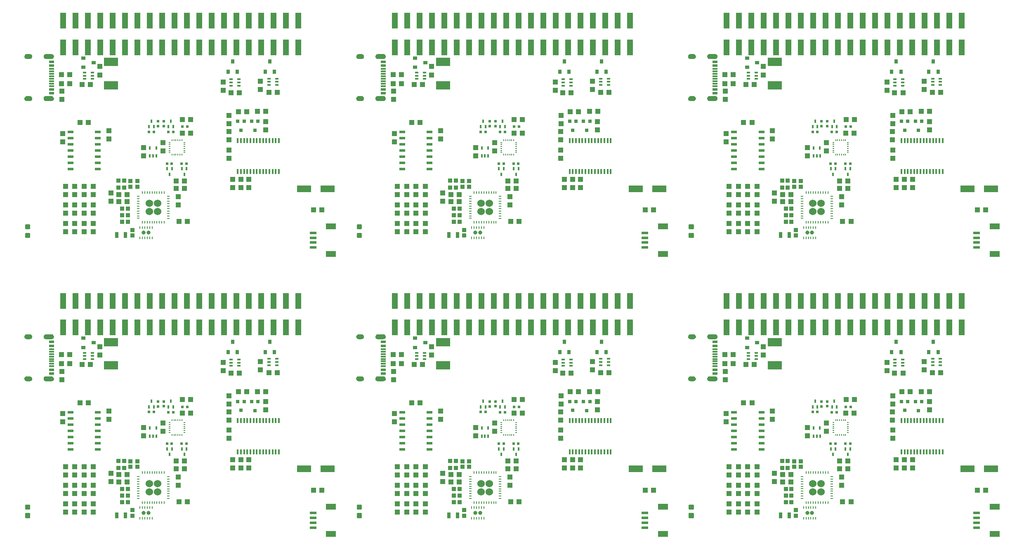
<source format=gtp>
G04 EAGLE Gerber RS-274X export*
G75*
%MOMM*%
%FSLAX34Y34*%
%LPD*%
%INSolderpaste Top*%
%IPPOS*%
%AMOC8*
5,1,8,0,0,1.08239X$1,22.5*%
G01*
%ADD10R,1.000000X1.100000*%
%ADD11R,1.100000X1.000000*%
%ADD12R,0.300000X1.000000*%
%ADD13R,3.000000X1.400000*%
%ADD14R,2.000000X1.200000*%
%ADD15R,1.350000X0.600000*%
%ADD16R,1.000000X0.300000*%
%ADD17R,1.000000X0.600000*%
%ADD18R,2.895600X1.676400*%
%ADD19R,0.700000X0.700000*%
%ADD20R,0.800000X0.900000*%
%ADD21R,0.800000X0.400000*%
%ADD22R,0.900000X0.800000*%
%ADD23R,0.900000X0.850000*%
%ADD24R,0.850000X0.900000*%
%ADD25C,0.800000*%
%ADD26R,0.250000X0.562500*%
%ADD27R,0.800000X1.200000*%
%ADD28C,0.300000*%
%ADD29C,1.524000*%
%ADD30R,0.228600X0.546100*%
%ADD31R,0.546100X0.228600*%
%ADD32R,0.450000X0.250000*%
%ADD33R,0.250000X0.450000*%
%ADD34R,0.400000X0.750000*%
%ADD35R,0.330200X0.685800*%
%ADD36R,0.460000X0.650000*%
%ADD37R,0.600000X0.600000*%
%ADD38R,1.200000X0.600000*%
%ADD39R,1.270000X3.175000*%

G36*
X741304Y962776D02*
X741304Y962776D01*
X741307Y962773D01*
X742403Y962953D01*
X742408Y962959D01*
X742413Y962956D01*
X743441Y963375D01*
X743445Y963382D01*
X743451Y963380D01*
X744359Y964017D01*
X744362Y964025D01*
X744368Y964024D01*
X745112Y964848D01*
X745113Y964856D01*
X745118Y964857D01*
X745661Y965825D01*
X745660Y965833D01*
X745665Y965835D01*
X745978Y966900D01*
X745975Y966908D01*
X745980Y966911D01*
X746049Y968019D01*
X746044Y968025D01*
X746048Y968029D01*
X745878Y969137D01*
X745872Y969142D01*
X745875Y969147D01*
X745463Y970189D01*
X745456Y970194D01*
X745458Y970199D01*
X744825Y971123D01*
X744817Y971126D01*
X744817Y971132D01*
X743994Y971892D01*
X743986Y971892D01*
X743985Y971898D01*
X743013Y972456D01*
X743005Y972455D01*
X743003Y972460D01*
X741931Y972788D01*
X741924Y972785D01*
X741921Y972790D01*
X740803Y972871D01*
X740801Y972869D01*
X740799Y972871D01*
X728799Y972871D01*
X728796Y972869D01*
X728790Y972869D01*
X728788Y972870D01*
X727844Y972651D01*
X727839Y972644D01*
X727834Y972647D01*
X726962Y972223D01*
X726958Y972216D01*
X726952Y972217D01*
X726197Y971610D01*
X726195Y971602D01*
X726189Y971602D01*
X725587Y970842D01*
X725587Y970834D01*
X725581Y970833D01*
X725164Y969958D01*
X725166Y969950D01*
X725160Y969948D01*
X724948Y969002D01*
X724951Y968994D01*
X724947Y968991D01*
X724950Y968021D01*
X724969Y966952D01*
X724974Y966946D01*
X724971Y966942D01*
X725227Y965904D01*
X725233Y965899D01*
X725231Y965894D01*
X725711Y964940D01*
X725718Y964936D01*
X725717Y964930D01*
X726398Y964107D01*
X726406Y964105D01*
X726406Y964099D01*
X727253Y963448D01*
X727261Y963448D01*
X727262Y963443D01*
X728233Y962996D01*
X728241Y962998D01*
X728244Y962993D01*
X729289Y962773D01*
X729296Y962777D01*
X729299Y962772D01*
X741299Y962772D01*
X741304Y962776D01*
G37*
G36*
X1422278Y962776D02*
X1422278Y962776D01*
X1422281Y962773D01*
X1423377Y962953D01*
X1423382Y962959D01*
X1423387Y962956D01*
X1424415Y963375D01*
X1424419Y963382D01*
X1424425Y963380D01*
X1425333Y964017D01*
X1425336Y964025D01*
X1425342Y964024D01*
X1426086Y964848D01*
X1426087Y964856D01*
X1426092Y964857D01*
X1426635Y965825D01*
X1426634Y965833D01*
X1426639Y965835D01*
X1426952Y966900D01*
X1426949Y966908D01*
X1426954Y966911D01*
X1427023Y968019D01*
X1427018Y968025D01*
X1427022Y968029D01*
X1426852Y969137D01*
X1426846Y969142D01*
X1426849Y969147D01*
X1426437Y970189D01*
X1426430Y970194D01*
X1426432Y970199D01*
X1425799Y971123D01*
X1425791Y971126D01*
X1425791Y971132D01*
X1424968Y971892D01*
X1424960Y971892D01*
X1424959Y971898D01*
X1423987Y972456D01*
X1423979Y972455D01*
X1423977Y972460D01*
X1422905Y972788D01*
X1422898Y972785D01*
X1422895Y972790D01*
X1421777Y972871D01*
X1421775Y972869D01*
X1421773Y972871D01*
X1409773Y972871D01*
X1409770Y972869D01*
X1409764Y972869D01*
X1409762Y972870D01*
X1408818Y972651D01*
X1408813Y972644D01*
X1408808Y972647D01*
X1407936Y972223D01*
X1407932Y972216D01*
X1407926Y972217D01*
X1407171Y971610D01*
X1407169Y971602D01*
X1407163Y971602D01*
X1406561Y970842D01*
X1406561Y970834D01*
X1406555Y970833D01*
X1406138Y969958D01*
X1406140Y969950D01*
X1406134Y969948D01*
X1405922Y969002D01*
X1405925Y968994D01*
X1405921Y968991D01*
X1405924Y968021D01*
X1405943Y966952D01*
X1405948Y966946D01*
X1405945Y966942D01*
X1406201Y965904D01*
X1406207Y965899D01*
X1406205Y965894D01*
X1406685Y964940D01*
X1406692Y964936D01*
X1406691Y964930D01*
X1407372Y964107D01*
X1407380Y964105D01*
X1407380Y964099D01*
X1408227Y963448D01*
X1408235Y963448D01*
X1408236Y963443D01*
X1409207Y962996D01*
X1409215Y962998D01*
X1409218Y962993D01*
X1410263Y962773D01*
X1410270Y962777D01*
X1410273Y962772D01*
X1422273Y962772D01*
X1422278Y962776D01*
G37*
G36*
X60305Y962776D02*
X60305Y962776D01*
X60308Y962773D01*
X61403Y962953D01*
X61409Y962959D01*
X61414Y962956D01*
X62442Y963375D01*
X62446Y963382D01*
X62451Y963380D01*
X63360Y964017D01*
X63363Y964025D01*
X63368Y964024D01*
X64112Y964848D01*
X64113Y964856D01*
X64119Y964857D01*
X64661Y965825D01*
X64660Y965833D01*
X64666Y965835D01*
X64979Y966900D01*
X64976Y966908D01*
X64981Y966911D01*
X65049Y968019D01*
X65045Y968025D01*
X65049Y968029D01*
X64879Y969137D01*
X64873Y969142D01*
X64876Y969147D01*
X64464Y970189D01*
X64457Y970194D01*
X64459Y970199D01*
X63825Y971123D01*
X63817Y971126D01*
X63818Y971132D01*
X62995Y971892D01*
X62986Y971892D01*
X62986Y971898D01*
X62014Y972456D01*
X62006Y972455D01*
X62004Y972460D01*
X60932Y972788D01*
X60924Y972785D01*
X60921Y972790D01*
X59804Y972871D01*
X59801Y972869D01*
X59800Y972871D01*
X47800Y972871D01*
X47797Y972869D01*
X47790Y972869D01*
X47789Y972870D01*
X46845Y972651D01*
X46839Y972644D01*
X46834Y972647D01*
X45962Y972223D01*
X45959Y972216D01*
X45953Y972217D01*
X45197Y971610D01*
X45195Y971602D01*
X45189Y971602D01*
X44588Y970842D01*
X44588Y970834D01*
X44582Y970833D01*
X44164Y969958D01*
X44166Y969950D01*
X44161Y969948D01*
X43949Y969002D01*
X43952Y968994D01*
X43947Y968991D01*
X43951Y968021D01*
X43970Y966952D01*
X43975Y966946D01*
X43971Y966942D01*
X44227Y965904D01*
X44234Y965899D01*
X44231Y965894D01*
X44712Y964940D01*
X44719Y964936D01*
X44718Y964930D01*
X45399Y964107D01*
X45407Y964105D01*
X45407Y964099D01*
X46254Y963448D01*
X46262Y963448D01*
X46263Y963443D01*
X47234Y962996D01*
X47242Y962998D01*
X47244Y962993D01*
X48290Y962773D01*
X48297Y962777D01*
X48300Y962772D01*
X60300Y962772D01*
X60305Y962776D01*
G37*
G36*
X741304Y387364D02*
X741304Y387364D01*
X741307Y387361D01*
X742403Y387541D01*
X742408Y387547D01*
X742413Y387544D01*
X743441Y387963D01*
X743445Y387970D01*
X743451Y387968D01*
X744359Y388606D01*
X744362Y388613D01*
X744368Y388613D01*
X745112Y389436D01*
X745113Y389444D01*
X745118Y389445D01*
X745661Y390413D01*
X745660Y390422D01*
X745665Y390424D01*
X745978Y391488D01*
X745975Y391496D01*
X745980Y391499D01*
X746049Y392607D01*
X746044Y392614D01*
X746048Y392617D01*
X745878Y393725D01*
X745872Y393731D01*
X745875Y393736D01*
X745463Y394778D01*
X745456Y394782D01*
X745458Y394787D01*
X744825Y395712D01*
X744817Y395714D01*
X744817Y395720D01*
X743994Y396480D01*
X743986Y396481D01*
X743985Y396487D01*
X743013Y397044D01*
X743005Y397043D01*
X743003Y397049D01*
X741931Y397376D01*
X741924Y397373D01*
X741921Y397378D01*
X740803Y397459D01*
X740801Y397458D01*
X740799Y397459D01*
X728799Y397459D01*
X728796Y397457D01*
X728790Y397457D01*
X728788Y397458D01*
X727844Y397239D01*
X727839Y397233D01*
X727834Y397235D01*
X726962Y396812D01*
X726958Y396804D01*
X726952Y396806D01*
X726197Y396199D01*
X726195Y396191D01*
X726189Y396191D01*
X725587Y395431D01*
X725587Y395422D01*
X725581Y395421D01*
X725164Y394546D01*
X725166Y394538D01*
X725160Y394536D01*
X724948Y393590D01*
X724951Y393583D01*
X724947Y393579D01*
X724950Y392610D01*
X724950Y392609D01*
X724969Y391541D01*
X724974Y391534D01*
X724971Y391530D01*
X725227Y390493D01*
X725233Y390488D01*
X725231Y390482D01*
X725711Y389528D01*
X725718Y389525D01*
X725717Y389519D01*
X726398Y388696D01*
X726406Y388694D01*
X726406Y388688D01*
X727253Y388037D01*
X727261Y388037D01*
X727262Y388031D01*
X728233Y387584D01*
X728241Y387586D01*
X728244Y387581D01*
X729289Y387362D01*
X729296Y387365D01*
X729299Y387361D01*
X741299Y387361D01*
X741304Y387364D01*
G37*
G36*
X1422278Y387364D02*
X1422278Y387364D01*
X1422281Y387361D01*
X1423377Y387541D01*
X1423382Y387547D01*
X1423387Y387544D01*
X1424415Y387963D01*
X1424419Y387970D01*
X1424425Y387968D01*
X1425333Y388606D01*
X1425336Y388613D01*
X1425342Y388613D01*
X1426086Y389436D01*
X1426087Y389444D01*
X1426092Y389445D01*
X1426635Y390413D01*
X1426634Y390422D01*
X1426639Y390424D01*
X1426952Y391488D01*
X1426949Y391496D01*
X1426954Y391499D01*
X1427023Y392607D01*
X1427018Y392614D01*
X1427022Y392617D01*
X1426852Y393725D01*
X1426846Y393731D01*
X1426849Y393736D01*
X1426437Y394778D01*
X1426430Y394782D01*
X1426432Y394787D01*
X1425799Y395712D01*
X1425791Y395714D01*
X1425791Y395720D01*
X1424968Y396480D01*
X1424960Y396481D01*
X1424959Y396487D01*
X1423987Y397044D01*
X1423979Y397043D01*
X1423977Y397049D01*
X1422905Y397376D01*
X1422898Y397373D01*
X1422895Y397378D01*
X1421777Y397459D01*
X1421775Y397458D01*
X1421773Y397459D01*
X1409773Y397459D01*
X1409770Y397457D01*
X1409764Y397457D01*
X1409762Y397458D01*
X1408818Y397239D01*
X1408813Y397233D01*
X1408808Y397235D01*
X1407936Y396812D01*
X1407932Y396804D01*
X1407926Y396806D01*
X1407171Y396199D01*
X1407169Y396191D01*
X1407163Y396191D01*
X1406561Y395431D01*
X1406561Y395422D01*
X1406555Y395421D01*
X1406138Y394546D01*
X1406140Y394538D01*
X1406134Y394536D01*
X1405922Y393590D01*
X1405925Y393583D01*
X1405921Y393579D01*
X1405924Y392610D01*
X1405924Y392609D01*
X1405943Y391541D01*
X1405948Y391534D01*
X1405945Y391530D01*
X1406201Y390493D01*
X1406207Y390488D01*
X1406205Y390482D01*
X1406685Y389528D01*
X1406692Y389525D01*
X1406691Y389519D01*
X1407372Y388696D01*
X1407380Y388694D01*
X1407380Y388688D01*
X1408227Y388037D01*
X1408235Y388037D01*
X1408236Y388031D01*
X1409207Y387584D01*
X1409215Y387586D01*
X1409218Y387581D01*
X1410263Y387362D01*
X1410270Y387365D01*
X1410273Y387361D01*
X1422273Y387361D01*
X1422278Y387364D01*
G37*
G36*
X60305Y387364D02*
X60305Y387364D01*
X60308Y387361D01*
X61403Y387541D01*
X61409Y387547D01*
X61414Y387544D01*
X62442Y387963D01*
X62446Y387970D01*
X62451Y387968D01*
X63360Y388606D01*
X63363Y388613D01*
X63368Y388613D01*
X64112Y389436D01*
X64113Y389444D01*
X64119Y389445D01*
X64661Y390413D01*
X64660Y390422D01*
X64666Y390424D01*
X64979Y391488D01*
X64976Y391496D01*
X64981Y391499D01*
X65049Y392607D01*
X65045Y392614D01*
X65049Y392617D01*
X64879Y393725D01*
X64873Y393731D01*
X64876Y393736D01*
X64464Y394778D01*
X64457Y394782D01*
X64459Y394787D01*
X63825Y395712D01*
X63817Y395714D01*
X63818Y395720D01*
X62995Y396480D01*
X62986Y396481D01*
X62986Y396487D01*
X62014Y397044D01*
X62006Y397043D01*
X62004Y397049D01*
X60932Y397376D01*
X60924Y397373D01*
X60921Y397378D01*
X59804Y397459D01*
X59801Y397458D01*
X59800Y397459D01*
X47800Y397459D01*
X47797Y397457D01*
X47790Y397457D01*
X47789Y397458D01*
X46845Y397239D01*
X46839Y397233D01*
X46834Y397235D01*
X45962Y396812D01*
X45959Y396804D01*
X45953Y396806D01*
X45197Y396199D01*
X45195Y396191D01*
X45189Y396191D01*
X44588Y395431D01*
X44588Y395422D01*
X44582Y395421D01*
X44164Y394546D01*
X44166Y394538D01*
X44161Y394536D01*
X43949Y393590D01*
X43952Y393583D01*
X43947Y393579D01*
X43951Y392610D01*
X43951Y392609D01*
X43970Y391541D01*
X43975Y391534D01*
X43971Y391530D01*
X44227Y390493D01*
X44234Y390488D01*
X44231Y390482D01*
X44712Y389528D01*
X44719Y389525D01*
X44718Y389519D01*
X45399Y388696D01*
X45407Y388694D01*
X45407Y388688D01*
X46254Y388037D01*
X46262Y388037D01*
X46263Y388031D01*
X47234Y387584D01*
X47242Y387586D01*
X47244Y387581D01*
X48290Y387362D01*
X48297Y387365D01*
X48300Y387361D01*
X60300Y387361D01*
X60305Y387364D01*
G37*
G36*
X741305Y1049176D02*
X741305Y1049176D01*
X741308Y1049173D01*
X742413Y1049365D01*
X742418Y1049371D01*
X742419Y1049371D01*
X742424Y1049368D01*
X743458Y1049801D01*
X743462Y1049809D01*
X743468Y1049807D01*
X744380Y1050459D01*
X744383Y1050467D01*
X744388Y1050467D01*
X745132Y1051306D01*
X745133Y1051314D01*
X745139Y1051315D01*
X745678Y1052299D01*
X745676Y1052307D01*
X745678Y1052307D01*
X745682Y1052309D01*
X745682Y1052311D01*
X745864Y1052951D01*
X745988Y1053388D01*
X745986Y1053393D01*
X745989Y1053395D01*
X745987Y1053397D01*
X745990Y1053399D01*
X746049Y1054519D01*
X746045Y1054524D01*
X746048Y1054527D01*
X745931Y1055573D01*
X745925Y1055579D01*
X745928Y1055584D01*
X745580Y1056577D01*
X745574Y1056582D01*
X745576Y1056587D01*
X745016Y1057478D01*
X745008Y1057481D01*
X745009Y1057487D01*
X744265Y1058231D01*
X744257Y1058232D01*
X744256Y1058238D01*
X743365Y1058798D01*
X743357Y1058797D01*
X743355Y1058803D01*
X742362Y1059150D01*
X742354Y1059148D01*
X742351Y1059153D01*
X741305Y1059271D01*
X741302Y1059269D01*
X741301Y1059269D01*
X741299Y1059271D01*
X729299Y1059271D01*
X729296Y1059269D01*
X729293Y1059269D01*
X729292Y1059270D01*
X728295Y1059113D01*
X728290Y1059107D01*
X728285Y1059110D01*
X727348Y1058735D01*
X727344Y1058728D01*
X727339Y1058730D01*
X726509Y1058156D01*
X726507Y1058148D01*
X726501Y1058148D01*
X725820Y1057404D01*
X725819Y1057396D01*
X725814Y1057395D01*
X725315Y1056518D01*
X725317Y1056510D01*
X725311Y1056508D01*
X725123Y1055884D01*
X725021Y1055542D01*
X725021Y1055540D01*
X725020Y1055539D01*
X725023Y1055535D01*
X725023Y1055534D01*
X725019Y1055531D01*
X724950Y1054525D01*
X724952Y1054523D01*
X724950Y1054521D01*
X724959Y1053441D01*
X724964Y1053434D01*
X724961Y1053430D01*
X725210Y1052378D01*
X725216Y1052373D01*
X725214Y1052368D01*
X725691Y1051398D01*
X725698Y1051394D01*
X725697Y1051389D01*
X726378Y1050550D01*
X726385Y1050548D01*
X726385Y1050542D01*
X727236Y1049875D01*
X727244Y1049875D01*
X727245Y1049869D01*
X728223Y1049409D01*
X728231Y1049410D01*
X728233Y1049405D01*
X729289Y1049174D01*
X729296Y1049177D01*
X729299Y1049172D01*
X741299Y1049172D01*
X741305Y1049176D01*
G37*
G36*
X60305Y1049176D02*
X60305Y1049176D01*
X60308Y1049173D01*
X61414Y1049365D01*
X61419Y1049371D01*
X61424Y1049368D01*
X62459Y1049801D01*
X62463Y1049809D01*
X62468Y1049807D01*
X63381Y1050459D01*
X63383Y1050467D01*
X63389Y1050467D01*
X64133Y1051306D01*
X64134Y1051314D01*
X64139Y1051315D01*
X64678Y1052299D01*
X64677Y1052307D01*
X64678Y1052307D01*
X64682Y1052309D01*
X64683Y1052311D01*
X64865Y1052951D01*
X64989Y1053388D01*
X64987Y1053393D01*
X64989Y1053395D01*
X64987Y1053397D01*
X64991Y1053399D01*
X65049Y1054519D01*
X65046Y1054524D01*
X65049Y1054527D01*
X64931Y1055573D01*
X64925Y1055579D01*
X64929Y1055584D01*
X64581Y1056577D01*
X64574Y1056582D01*
X64576Y1056587D01*
X64016Y1057478D01*
X64009Y1057481D01*
X64009Y1057487D01*
X63265Y1058231D01*
X63257Y1058232D01*
X63257Y1058238D01*
X62365Y1058798D01*
X62357Y1058797D01*
X62356Y1058803D01*
X61362Y1059150D01*
X61354Y1059148D01*
X61351Y1059153D01*
X60306Y1059271D01*
X60302Y1059269D01*
X60300Y1059271D01*
X48300Y1059271D01*
X48297Y1059269D01*
X48294Y1059269D01*
X48292Y1059270D01*
X47296Y1059113D01*
X47290Y1059107D01*
X47285Y1059110D01*
X46349Y1058735D01*
X46345Y1058728D01*
X46339Y1058730D01*
X45510Y1058156D01*
X45507Y1058148D01*
X45502Y1058148D01*
X44821Y1057404D01*
X44820Y1057396D01*
X44814Y1057395D01*
X44316Y1056518D01*
X44317Y1056510D01*
X44312Y1056508D01*
X44124Y1055884D01*
X44021Y1055542D01*
X44022Y1055540D01*
X44021Y1055539D01*
X44024Y1055535D01*
X44024Y1055534D01*
X44019Y1055531D01*
X43951Y1054525D01*
X43952Y1054523D01*
X43951Y1054521D01*
X43960Y1053441D01*
X43965Y1053434D01*
X43961Y1053430D01*
X44211Y1052378D01*
X44217Y1052373D01*
X44214Y1052368D01*
X44691Y1051398D01*
X44699Y1051394D01*
X44697Y1051389D01*
X45378Y1050550D01*
X45386Y1050548D01*
X45386Y1050542D01*
X46237Y1049875D01*
X46245Y1049875D01*
X46246Y1049869D01*
X47223Y1049409D01*
X47231Y1049410D01*
X47234Y1049405D01*
X48289Y1049174D01*
X48297Y1049177D01*
X48300Y1049172D01*
X60300Y1049172D01*
X60305Y1049176D01*
G37*
G36*
X1422279Y1049176D02*
X1422279Y1049176D01*
X1422282Y1049173D01*
X1423387Y1049365D01*
X1423392Y1049371D01*
X1423393Y1049371D01*
X1423398Y1049368D01*
X1424432Y1049801D01*
X1424436Y1049809D01*
X1424442Y1049807D01*
X1425354Y1050459D01*
X1425357Y1050467D01*
X1425362Y1050467D01*
X1426106Y1051306D01*
X1426107Y1051314D01*
X1426113Y1051315D01*
X1426652Y1052299D01*
X1426650Y1052307D01*
X1426652Y1052307D01*
X1426656Y1052309D01*
X1426656Y1052311D01*
X1426838Y1052951D01*
X1426962Y1053388D01*
X1426960Y1053393D01*
X1426963Y1053395D01*
X1426961Y1053397D01*
X1426964Y1053399D01*
X1427023Y1054519D01*
X1427019Y1054524D01*
X1427022Y1054527D01*
X1426905Y1055573D01*
X1426899Y1055579D01*
X1426902Y1055584D01*
X1426554Y1056577D01*
X1426548Y1056582D01*
X1426550Y1056587D01*
X1425990Y1057478D01*
X1425982Y1057481D01*
X1425983Y1057487D01*
X1425239Y1058231D01*
X1425231Y1058232D01*
X1425230Y1058238D01*
X1424339Y1058798D01*
X1424331Y1058797D01*
X1424329Y1058803D01*
X1423336Y1059150D01*
X1423328Y1059148D01*
X1423325Y1059153D01*
X1422279Y1059271D01*
X1422276Y1059269D01*
X1422275Y1059269D01*
X1422273Y1059271D01*
X1410273Y1059271D01*
X1410270Y1059269D01*
X1410267Y1059269D01*
X1410266Y1059270D01*
X1409269Y1059113D01*
X1409264Y1059107D01*
X1409259Y1059110D01*
X1408322Y1058735D01*
X1408318Y1058728D01*
X1408313Y1058730D01*
X1407483Y1058156D01*
X1407481Y1058148D01*
X1407475Y1058148D01*
X1406794Y1057404D01*
X1406793Y1057396D01*
X1406788Y1057395D01*
X1406289Y1056518D01*
X1406291Y1056510D01*
X1406285Y1056508D01*
X1406097Y1055884D01*
X1405995Y1055542D01*
X1405995Y1055540D01*
X1405994Y1055539D01*
X1405997Y1055535D01*
X1405997Y1055534D01*
X1405993Y1055531D01*
X1405924Y1054525D01*
X1405926Y1054523D01*
X1405924Y1054521D01*
X1405933Y1053441D01*
X1405938Y1053434D01*
X1405935Y1053430D01*
X1406184Y1052378D01*
X1406190Y1052373D01*
X1406188Y1052368D01*
X1406665Y1051398D01*
X1406672Y1051394D01*
X1406671Y1051389D01*
X1407352Y1050550D01*
X1407359Y1050548D01*
X1407359Y1050542D01*
X1408210Y1049875D01*
X1408218Y1049875D01*
X1408219Y1049869D01*
X1409197Y1049409D01*
X1409205Y1049410D01*
X1409207Y1049405D01*
X1410263Y1049174D01*
X1410270Y1049177D01*
X1410273Y1049172D01*
X1422273Y1049172D01*
X1422279Y1049176D01*
G37*
G36*
X1422279Y473765D02*
X1422279Y473765D01*
X1422282Y473761D01*
X1423387Y473954D01*
X1423392Y473959D01*
X1423393Y473960D01*
X1423398Y473957D01*
X1424432Y474390D01*
X1424436Y474397D01*
X1424442Y474395D01*
X1425354Y475048D01*
X1425357Y475056D01*
X1425362Y475055D01*
X1426106Y475894D01*
X1426107Y475903D01*
X1426113Y475903D01*
X1426652Y476887D01*
X1426650Y476895D01*
X1426652Y476896D01*
X1426656Y476897D01*
X1426656Y476899D01*
X1426838Y477540D01*
X1426962Y477976D01*
X1426960Y477981D01*
X1426963Y477983D01*
X1426961Y477985D01*
X1426964Y477987D01*
X1427023Y479107D01*
X1427019Y479112D01*
X1427022Y479116D01*
X1426905Y480161D01*
X1426899Y480167D01*
X1426902Y480172D01*
X1426554Y481166D01*
X1426548Y481170D01*
X1426550Y481175D01*
X1425990Y482067D01*
X1425982Y482070D01*
X1425983Y482075D01*
X1425239Y482819D01*
X1425231Y482821D01*
X1425230Y482826D01*
X1424339Y483386D01*
X1424331Y483386D01*
X1424329Y483391D01*
X1423336Y483739D01*
X1423328Y483736D01*
X1423325Y483741D01*
X1422279Y483859D01*
X1422276Y483857D01*
X1422275Y483857D01*
X1422273Y483859D01*
X1410273Y483859D01*
X1410270Y483857D01*
X1410267Y483857D01*
X1410266Y483859D01*
X1409269Y483701D01*
X1409264Y483695D01*
X1409259Y483698D01*
X1408322Y483323D01*
X1408318Y483316D01*
X1408313Y483318D01*
X1407483Y482744D01*
X1407481Y482736D01*
X1407475Y482737D01*
X1406794Y481993D01*
X1406793Y481984D01*
X1406788Y481984D01*
X1406289Y481107D01*
X1406291Y481099D01*
X1406285Y481096D01*
X1406097Y480472D01*
X1405995Y480131D01*
X1405995Y480128D01*
X1405994Y480127D01*
X1405997Y480123D01*
X1405993Y480120D01*
X1405924Y479113D01*
X1405926Y479111D01*
X1405924Y479110D01*
X1405933Y478029D01*
X1405938Y478022D01*
X1405935Y478018D01*
X1406184Y476966D01*
X1406190Y476961D01*
X1406188Y476956D01*
X1406665Y475986D01*
X1406672Y475983D01*
X1406671Y475977D01*
X1407352Y475138D01*
X1407359Y475136D01*
X1407359Y475130D01*
X1408210Y474464D01*
X1408218Y474463D01*
X1408219Y474458D01*
X1409197Y473997D01*
X1409205Y473999D01*
X1409207Y473994D01*
X1410263Y473762D01*
X1410270Y473765D01*
X1410273Y473761D01*
X1422273Y473761D01*
X1422279Y473765D01*
G37*
G36*
X60305Y473765D02*
X60305Y473765D01*
X60308Y473761D01*
X61414Y473954D01*
X61419Y473959D01*
X61419Y473960D01*
X61424Y473957D01*
X62459Y474390D01*
X62463Y474397D01*
X62468Y474395D01*
X63381Y475048D01*
X63383Y475056D01*
X63389Y475055D01*
X64133Y475894D01*
X64134Y475903D01*
X64139Y475903D01*
X64678Y476887D01*
X64677Y476895D01*
X64678Y476896D01*
X64682Y476897D01*
X64683Y476899D01*
X64865Y477540D01*
X64989Y477976D01*
X64987Y477981D01*
X64989Y477983D01*
X64987Y477985D01*
X64991Y477987D01*
X65049Y479107D01*
X65046Y479112D01*
X65049Y479116D01*
X64931Y480161D01*
X64925Y480167D01*
X64929Y480172D01*
X64581Y481166D01*
X64574Y481170D01*
X64576Y481175D01*
X64016Y482067D01*
X64009Y482070D01*
X64009Y482075D01*
X63265Y482819D01*
X63257Y482821D01*
X63257Y482826D01*
X62365Y483386D01*
X62357Y483386D01*
X62356Y483391D01*
X61362Y483739D01*
X61354Y483736D01*
X61351Y483741D01*
X60306Y483859D01*
X60302Y483857D01*
X60300Y483859D01*
X48300Y483859D01*
X48297Y483857D01*
X48294Y483857D01*
X48292Y483859D01*
X47296Y483701D01*
X47290Y483695D01*
X47285Y483698D01*
X46349Y483323D01*
X46345Y483316D01*
X46339Y483318D01*
X45510Y482744D01*
X45507Y482736D01*
X45502Y482737D01*
X44821Y481993D01*
X44820Y481984D01*
X44814Y481984D01*
X44316Y481107D01*
X44317Y481099D01*
X44312Y481096D01*
X44124Y480472D01*
X44021Y480131D01*
X44022Y480128D01*
X44021Y480127D01*
X44024Y480123D01*
X44019Y480120D01*
X43951Y479113D01*
X43952Y479111D01*
X43951Y479110D01*
X43960Y478029D01*
X43965Y478022D01*
X43961Y478018D01*
X44211Y476966D01*
X44217Y476961D01*
X44214Y476956D01*
X44691Y475986D01*
X44699Y475983D01*
X44697Y475977D01*
X45378Y475138D01*
X45386Y475136D01*
X45386Y475130D01*
X46237Y474464D01*
X46245Y474463D01*
X46246Y474458D01*
X47223Y473997D01*
X47231Y473999D01*
X47234Y473994D01*
X48289Y473762D01*
X48297Y473765D01*
X48300Y473761D01*
X60300Y473761D01*
X60305Y473765D01*
G37*
G36*
X741305Y473765D02*
X741305Y473765D01*
X741308Y473761D01*
X742413Y473954D01*
X742418Y473959D01*
X742419Y473960D01*
X742424Y473957D01*
X743458Y474390D01*
X743462Y474397D01*
X743468Y474395D01*
X744380Y475048D01*
X744383Y475056D01*
X744388Y475055D01*
X745132Y475894D01*
X745133Y475903D01*
X745139Y475903D01*
X745678Y476887D01*
X745676Y476895D01*
X745678Y476896D01*
X745682Y476897D01*
X745682Y476899D01*
X745864Y477540D01*
X745988Y477976D01*
X745986Y477981D01*
X745989Y477983D01*
X745987Y477985D01*
X745990Y477987D01*
X746049Y479107D01*
X746045Y479112D01*
X746048Y479116D01*
X745931Y480161D01*
X745925Y480167D01*
X745928Y480172D01*
X745580Y481166D01*
X745574Y481170D01*
X745576Y481175D01*
X745016Y482067D01*
X745008Y482070D01*
X745009Y482075D01*
X744265Y482819D01*
X744257Y482821D01*
X744256Y482826D01*
X743365Y483386D01*
X743357Y483386D01*
X743355Y483391D01*
X742362Y483739D01*
X742354Y483736D01*
X742351Y483741D01*
X741305Y483859D01*
X741302Y483857D01*
X741301Y483857D01*
X741299Y483859D01*
X729299Y483859D01*
X729296Y483857D01*
X729293Y483857D01*
X729292Y483859D01*
X728295Y483701D01*
X728290Y483695D01*
X728285Y483698D01*
X727348Y483323D01*
X727344Y483316D01*
X727339Y483318D01*
X726509Y482744D01*
X726507Y482736D01*
X726501Y482737D01*
X725820Y481993D01*
X725819Y481984D01*
X725814Y481984D01*
X725315Y481107D01*
X725317Y481099D01*
X725311Y481096D01*
X725123Y480472D01*
X725021Y480131D01*
X725021Y480128D01*
X725020Y480127D01*
X725023Y480123D01*
X725019Y480120D01*
X724950Y479113D01*
X724952Y479111D01*
X724950Y479110D01*
X724959Y478029D01*
X724964Y478022D01*
X724961Y478018D01*
X725210Y476966D01*
X725216Y476961D01*
X725214Y476956D01*
X725691Y475986D01*
X725698Y475983D01*
X725697Y475977D01*
X726378Y475138D01*
X726385Y475136D01*
X726385Y475130D01*
X727236Y474464D01*
X727244Y474463D01*
X727245Y474458D01*
X728223Y473997D01*
X728231Y473999D01*
X728233Y473994D01*
X729289Y473762D01*
X729296Y473765D01*
X729299Y473761D01*
X741299Y473761D01*
X741305Y473765D01*
G37*
G36*
X1377477Y962775D02*
X1377477Y962775D01*
X1377480Y962773D01*
X1378612Y962923D01*
X1378618Y962929D01*
X1378623Y962926D01*
X1379694Y963324D01*
X1379698Y963331D01*
X1379703Y963329D01*
X1380658Y963955D01*
X1380661Y963963D01*
X1380667Y963962D01*
X1381459Y964786D01*
X1381460Y964794D01*
X1381465Y964795D01*
X1382054Y965774D01*
X1382053Y965782D01*
X1382059Y965784D01*
X1382415Y966869D01*
X1382412Y966877D01*
X1382417Y966880D01*
X1382522Y968017D01*
X1382517Y968025D01*
X1382522Y968030D01*
X1382315Y969168D01*
X1382309Y969173D01*
X1382312Y969178D01*
X1381857Y970241D01*
X1381850Y970245D01*
X1381851Y970250D01*
X1381171Y971185D01*
X1381164Y971188D01*
X1381164Y971193D01*
X1380293Y971953D01*
X1380285Y971954D01*
X1380284Y971960D01*
X1379266Y972507D01*
X1379258Y972506D01*
X1379256Y972511D01*
X1378141Y972818D01*
X1378134Y972815D01*
X1378130Y972820D01*
X1376976Y972871D01*
X1376974Y972870D01*
X1376973Y972871D01*
X1370973Y972871D01*
X1370970Y972869D01*
X1370965Y972869D01*
X1370964Y972870D01*
X1369884Y972658D01*
X1369878Y972652D01*
X1369873Y972655D01*
X1368867Y972208D01*
X1368863Y972201D01*
X1368858Y972202D01*
X1367976Y971543D01*
X1367974Y971535D01*
X1367968Y971535D01*
X1367256Y970696D01*
X1367255Y970688D01*
X1367249Y970687D01*
X1366741Y969710D01*
X1366743Y969702D01*
X1366737Y969700D01*
X1366460Y968634D01*
X1366463Y968627D01*
X1366458Y968623D01*
X1366424Y967523D01*
X1366428Y967518D01*
X1366425Y967515D01*
X1366580Y966439D01*
X1366585Y966433D01*
X1366582Y966428D01*
X1366973Y965414D01*
X1366980Y965410D01*
X1366978Y965405D01*
X1367584Y964503D01*
X1367592Y964500D01*
X1367591Y964495D01*
X1368383Y963750D01*
X1368391Y963749D01*
X1368392Y963744D01*
X1369329Y963194D01*
X1369337Y963195D01*
X1369339Y963190D01*
X1370376Y962863D01*
X1370383Y962866D01*
X1370386Y962861D01*
X1371469Y962773D01*
X1371472Y962774D01*
X1371473Y962772D01*
X1377473Y962772D01*
X1377477Y962775D01*
G37*
G36*
X696503Y962775D02*
X696503Y962775D01*
X696506Y962773D01*
X697638Y962923D01*
X697644Y962929D01*
X697649Y962926D01*
X698720Y963324D01*
X698724Y963331D01*
X698729Y963329D01*
X699684Y963955D01*
X699687Y963963D01*
X699693Y963962D01*
X700485Y964786D01*
X700486Y964794D01*
X700491Y964795D01*
X701080Y965774D01*
X701079Y965782D01*
X701085Y965784D01*
X701441Y966869D01*
X701438Y966877D01*
X701443Y966880D01*
X701548Y968017D01*
X701543Y968025D01*
X701548Y968030D01*
X701341Y969168D01*
X701335Y969173D01*
X701338Y969178D01*
X700883Y970241D01*
X700876Y970245D01*
X700877Y970250D01*
X700197Y971185D01*
X700190Y971188D01*
X700190Y971193D01*
X699319Y971953D01*
X699311Y971954D01*
X699310Y971960D01*
X698292Y972507D01*
X698284Y972506D01*
X698282Y972511D01*
X697167Y972818D01*
X697160Y972815D01*
X697156Y972820D01*
X696002Y972871D01*
X696000Y972870D01*
X695999Y972871D01*
X689999Y972871D01*
X689996Y972869D01*
X689991Y972869D01*
X689990Y972870D01*
X688910Y972658D01*
X688904Y972652D01*
X688899Y972655D01*
X687893Y972208D01*
X687889Y972201D01*
X687884Y972202D01*
X687002Y971543D01*
X687000Y971535D01*
X686994Y971535D01*
X686282Y970696D01*
X686281Y970688D01*
X686275Y970687D01*
X685767Y969710D01*
X685769Y969702D01*
X685763Y969700D01*
X685486Y968634D01*
X685489Y968627D01*
X685484Y968623D01*
X685450Y967523D01*
X685454Y967518D01*
X685451Y967515D01*
X685606Y966439D01*
X685611Y966433D01*
X685608Y966428D01*
X685999Y965414D01*
X686006Y965410D01*
X686004Y965405D01*
X686610Y964503D01*
X686618Y964500D01*
X686617Y964495D01*
X687409Y963750D01*
X687417Y963749D01*
X687418Y963744D01*
X688355Y963194D01*
X688363Y963195D01*
X688365Y963190D01*
X689402Y962863D01*
X689409Y962866D01*
X689412Y962861D01*
X690495Y962773D01*
X690498Y962774D01*
X690499Y962772D01*
X696499Y962772D01*
X696503Y962775D01*
G37*
G36*
X15504Y962775D02*
X15504Y962775D01*
X15506Y962773D01*
X16639Y962923D01*
X16645Y962929D01*
X16650Y962926D01*
X17720Y963324D01*
X17724Y963331D01*
X17730Y963329D01*
X18685Y963955D01*
X18688Y963963D01*
X18693Y963962D01*
X19485Y964786D01*
X19486Y964794D01*
X19492Y964795D01*
X20081Y965774D01*
X20080Y965782D01*
X20085Y965784D01*
X20441Y966869D01*
X20439Y966877D01*
X20443Y966880D01*
X20549Y968017D01*
X20544Y968025D01*
X20548Y968030D01*
X20341Y969168D01*
X20335Y969173D01*
X20338Y969178D01*
X19883Y970241D01*
X19876Y970245D01*
X19878Y970250D01*
X19198Y971185D01*
X19190Y971188D01*
X19191Y971193D01*
X18320Y971953D01*
X18312Y971954D01*
X18311Y971960D01*
X17292Y972507D01*
X17284Y972506D01*
X17282Y972511D01*
X16168Y972818D01*
X16160Y972815D01*
X16157Y972820D01*
X15002Y972871D01*
X15001Y972870D01*
X15000Y972871D01*
X9000Y972871D01*
X8997Y972869D01*
X8992Y972869D01*
X8991Y972870D01*
X7910Y972658D01*
X7905Y972652D01*
X7900Y972655D01*
X6894Y972208D01*
X6890Y972201D01*
X6884Y972202D01*
X6003Y971543D01*
X6000Y971535D01*
X5995Y971535D01*
X5282Y970696D01*
X5282Y970688D01*
X5276Y970687D01*
X4768Y969710D01*
X4769Y969702D01*
X4764Y969700D01*
X4486Y968634D01*
X4489Y968627D01*
X4485Y968623D01*
X4451Y967523D01*
X4455Y967518D01*
X4451Y967515D01*
X4606Y966439D01*
X4612Y966433D01*
X4609Y966428D01*
X4999Y965414D01*
X5006Y965410D01*
X5005Y965405D01*
X5611Y964503D01*
X5619Y964500D01*
X5618Y964495D01*
X6410Y963750D01*
X6418Y963749D01*
X6418Y963744D01*
X7356Y963194D01*
X7364Y963195D01*
X7366Y963190D01*
X8402Y962863D01*
X8410Y962866D01*
X8413Y962861D01*
X9496Y962773D01*
X9499Y962774D01*
X9500Y962772D01*
X15500Y962772D01*
X15504Y962775D01*
G37*
G36*
X696503Y387364D02*
X696503Y387364D01*
X696506Y387361D01*
X697638Y387511D01*
X697644Y387517D01*
X697649Y387514D01*
X698720Y387912D01*
X698724Y387919D01*
X698729Y387917D01*
X699684Y388544D01*
X699687Y388552D01*
X699693Y388551D01*
X700485Y389374D01*
X700486Y389382D01*
X700491Y389383D01*
X701080Y390362D01*
X701079Y390370D01*
X701085Y390372D01*
X701441Y391457D01*
X701438Y391465D01*
X701443Y391468D01*
X701548Y392605D01*
X701543Y392614D01*
X701548Y392619D01*
X701341Y393756D01*
X701335Y393762D01*
X701338Y393767D01*
X700883Y394829D01*
X700876Y394833D01*
X700877Y394839D01*
X700197Y395774D01*
X700190Y395776D01*
X700190Y395782D01*
X699319Y396542D01*
X699311Y396542D01*
X699310Y396548D01*
X698292Y397095D01*
X698284Y397094D01*
X698282Y397099D01*
X697167Y397406D01*
X697160Y397403D01*
X697156Y397408D01*
X696002Y397459D01*
X696000Y397458D01*
X695999Y397459D01*
X689999Y397459D01*
X689996Y397457D01*
X689991Y397457D01*
X689990Y397458D01*
X688910Y397246D01*
X688904Y397240D01*
X688899Y397243D01*
X687893Y396796D01*
X687889Y396789D01*
X687884Y396791D01*
X687002Y396131D01*
X687000Y396123D01*
X686994Y396123D01*
X686282Y395284D01*
X686281Y395276D01*
X686275Y395275D01*
X685767Y394298D01*
X685769Y394290D01*
X685763Y394288D01*
X685486Y393223D01*
X685489Y393215D01*
X685484Y393212D01*
X685450Y392112D01*
X685454Y392106D01*
X685451Y392103D01*
X685606Y391028D01*
X685611Y391022D01*
X685608Y391017D01*
X685999Y390003D01*
X686006Y389999D01*
X686004Y389993D01*
X686610Y389091D01*
X686618Y389089D01*
X686617Y389083D01*
X687409Y388339D01*
X687417Y388338D01*
X687418Y388332D01*
X688355Y387783D01*
X688363Y387784D01*
X688365Y387778D01*
X689402Y387451D01*
X689409Y387454D01*
X689412Y387449D01*
X690495Y387361D01*
X690498Y387363D01*
X690499Y387361D01*
X696499Y387361D01*
X696503Y387364D01*
G37*
G36*
X1377477Y387364D02*
X1377477Y387364D01*
X1377480Y387361D01*
X1378612Y387511D01*
X1378618Y387517D01*
X1378623Y387514D01*
X1379694Y387912D01*
X1379698Y387919D01*
X1379703Y387917D01*
X1380658Y388544D01*
X1380661Y388552D01*
X1380667Y388551D01*
X1381459Y389374D01*
X1381460Y389382D01*
X1381465Y389383D01*
X1382054Y390362D01*
X1382053Y390370D01*
X1382059Y390372D01*
X1382415Y391457D01*
X1382412Y391465D01*
X1382417Y391468D01*
X1382522Y392605D01*
X1382517Y392614D01*
X1382522Y392619D01*
X1382315Y393756D01*
X1382309Y393762D01*
X1382312Y393767D01*
X1381857Y394829D01*
X1381850Y394833D01*
X1381851Y394839D01*
X1381171Y395774D01*
X1381164Y395776D01*
X1381164Y395782D01*
X1380293Y396542D01*
X1380285Y396542D01*
X1380284Y396548D01*
X1379266Y397095D01*
X1379258Y397094D01*
X1379256Y397099D01*
X1378141Y397406D01*
X1378134Y397403D01*
X1378130Y397408D01*
X1376976Y397459D01*
X1376974Y397458D01*
X1376973Y397459D01*
X1370973Y397459D01*
X1370970Y397457D01*
X1370965Y397457D01*
X1370964Y397458D01*
X1369884Y397246D01*
X1369878Y397240D01*
X1369873Y397243D01*
X1368867Y396796D01*
X1368863Y396789D01*
X1368858Y396791D01*
X1367976Y396131D01*
X1367974Y396123D01*
X1367968Y396123D01*
X1367256Y395284D01*
X1367255Y395276D01*
X1367249Y395275D01*
X1366741Y394298D01*
X1366743Y394290D01*
X1366737Y394288D01*
X1366460Y393223D01*
X1366463Y393215D01*
X1366458Y393212D01*
X1366424Y392112D01*
X1366428Y392106D01*
X1366425Y392103D01*
X1366580Y391028D01*
X1366585Y391022D01*
X1366582Y391017D01*
X1366973Y390003D01*
X1366980Y389999D01*
X1366978Y389993D01*
X1367584Y389091D01*
X1367592Y389089D01*
X1367591Y389083D01*
X1368383Y388339D01*
X1368391Y388338D01*
X1368392Y388332D01*
X1369329Y387783D01*
X1369337Y387784D01*
X1369339Y387778D01*
X1370376Y387451D01*
X1370383Y387454D01*
X1370386Y387449D01*
X1371469Y387361D01*
X1371472Y387363D01*
X1371473Y387361D01*
X1377473Y387361D01*
X1377477Y387364D01*
G37*
G36*
X15504Y387364D02*
X15504Y387364D01*
X15506Y387361D01*
X16639Y387511D01*
X16645Y387517D01*
X16650Y387514D01*
X17720Y387912D01*
X17724Y387919D01*
X17730Y387917D01*
X18685Y388544D01*
X18688Y388552D01*
X18693Y388551D01*
X19485Y389374D01*
X19486Y389382D01*
X19492Y389383D01*
X20081Y390362D01*
X20080Y390370D01*
X20085Y390372D01*
X20441Y391457D01*
X20439Y391465D01*
X20443Y391468D01*
X20549Y392605D01*
X20544Y392614D01*
X20548Y392619D01*
X20341Y393756D01*
X20335Y393762D01*
X20338Y393767D01*
X19883Y394829D01*
X19876Y394833D01*
X19878Y394839D01*
X19198Y395774D01*
X19190Y395776D01*
X19191Y395782D01*
X18320Y396542D01*
X18312Y396542D01*
X18311Y396548D01*
X17292Y397095D01*
X17284Y397094D01*
X17282Y397099D01*
X16168Y397406D01*
X16160Y397403D01*
X16157Y397408D01*
X15002Y397459D01*
X15001Y397458D01*
X15000Y397459D01*
X9000Y397459D01*
X8997Y397457D01*
X8992Y397457D01*
X8991Y397458D01*
X7910Y397246D01*
X7905Y397240D01*
X7900Y397243D01*
X6894Y396796D01*
X6890Y396789D01*
X6884Y396791D01*
X6003Y396131D01*
X6000Y396123D01*
X5995Y396123D01*
X5282Y395284D01*
X5282Y395276D01*
X5276Y395275D01*
X4768Y394298D01*
X4769Y394290D01*
X4764Y394288D01*
X4486Y393223D01*
X4489Y393215D01*
X4485Y393212D01*
X4451Y392112D01*
X4455Y392106D01*
X4451Y392103D01*
X4606Y391028D01*
X4612Y391022D01*
X4609Y391017D01*
X4999Y390003D01*
X5006Y389999D01*
X5005Y389993D01*
X5611Y389091D01*
X5619Y389089D01*
X5618Y389083D01*
X6410Y388339D01*
X6418Y388338D01*
X6418Y388332D01*
X7356Y387783D01*
X7364Y387784D01*
X7366Y387778D01*
X8402Y387451D01*
X8410Y387454D01*
X8413Y387449D01*
X9496Y387361D01*
X9499Y387363D01*
X9500Y387361D01*
X15500Y387361D01*
X15504Y387364D01*
G37*
G36*
X696502Y1049174D02*
X696502Y1049174D01*
X696504Y1049173D01*
X697597Y1049273D01*
X697603Y1049279D01*
X697608Y1049275D01*
X698651Y1049617D01*
X698655Y1049623D01*
X698661Y1049621D01*
X699602Y1050186D01*
X699605Y1050194D01*
X699610Y1050193D01*
X700402Y1050953D01*
X700403Y1050961D01*
X700409Y1050961D01*
X701012Y1051878D01*
X701011Y1051887D01*
X701017Y1051888D01*
X701400Y1052917D01*
X701398Y1052924D01*
X701403Y1052927D01*
X701548Y1054015D01*
X701544Y1054022D01*
X701548Y1054026D01*
X701443Y1055164D01*
X701437Y1055170D01*
X701441Y1055174D01*
X701085Y1056260D01*
X701078Y1056264D01*
X701080Y1056270D01*
X700491Y1057249D01*
X700484Y1057252D01*
X700485Y1057257D01*
X699693Y1058081D01*
X699685Y1058082D01*
X699684Y1058088D01*
X698729Y1058714D01*
X698721Y1058714D01*
X698720Y1058719D01*
X697649Y1059118D01*
X697641Y1059115D01*
X697638Y1059120D01*
X696506Y1059270D01*
X696503Y1059269D01*
X696501Y1059269D01*
X696499Y1059271D01*
X690499Y1059271D01*
X690496Y1059269D01*
X690495Y1059269D01*
X690493Y1059270D01*
X689361Y1059120D01*
X689355Y1059115D01*
X689350Y1059118D01*
X688279Y1058719D01*
X688275Y1058712D01*
X688270Y1058714D01*
X687314Y1058088D01*
X687312Y1058080D01*
X687306Y1058081D01*
X686514Y1057257D01*
X686513Y1057249D01*
X686508Y1057249D01*
X685919Y1056270D01*
X685920Y1056262D01*
X685914Y1056260D01*
X685558Y1055174D01*
X685561Y1055167D01*
X685556Y1055164D01*
X685450Y1054026D01*
X685455Y1054019D01*
X685451Y1054015D01*
X685596Y1052927D01*
X685601Y1052921D01*
X685598Y1052917D01*
X685982Y1051888D01*
X685989Y1051884D01*
X685987Y1051878D01*
X686590Y1050961D01*
X686597Y1050959D01*
X686597Y1050953D01*
X687388Y1050193D01*
X687397Y1050192D01*
X687397Y1050186D01*
X688338Y1049621D01*
X688346Y1049622D01*
X688348Y1049617D01*
X689391Y1049275D01*
X689399Y1049278D01*
X689402Y1049273D01*
X690495Y1049173D01*
X690498Y1049174D01*
X690499Y1049172D01*
X696499Y1049172D01*
X696502Y1049174D01*
G37*
G36*
X1377476Y1049174D02*
X1377476Y1049174D01*
X1377478Y1049173D01*
X1378571Y1049273D01*
X1378577Y1049279D01*
X1378582Y1049275D01*
X1379625Y1049617D01*
X1379629Y1049623D01*
X1379635Y1049621D01*
X1380576Y1050186D01*
X1380579Y1050194D01*
X1380584Y1050193D01*
X1381376Y1050953D01*
X1381377Y1050961D01*
X1381383Y1050961D01*
X1381986Y1051878D01*
X1381985Y1051887D01*
X1381991Y1051888D01*
X1382374Y1052917D01*
X1382372Y1052924D01*
X1382377Y1052927D01*
X1382522Y1054015D01*
X1382518Y1054022D01*
X1382522Y1054026D01*
X1382417Y1055164D01*
X1382411Y1055170D01*
X1382415Y1055174D01*
X1382059Y1056260D01*
X1382052Y1056264D01*
X1382054Y1056270D01*
X1381465Y1057249D01*
X1381458Y1057252D01*
X1381459Y1057257D01*
X1380667Y1058081D01*
X1380659Y1058082D01*
X1380658Y1058088D01*
X1379703Y1058714D01*
X1379695Y1058714D01*
X1379694Y1058719D01*
X1378623Y1059118D01*
X1378615Y1059115D01*
X1378612Y1059120D01*
X1377480Y1059270D01*
X1377477Y1059269D01*
X1377475Y1059269D01*
X1377473Y1059271D01*
X1371473Y1059271D01*
X1371470Y1059269D01*
X1371469Y1059269D01*
X1371467Y1059270D01*
X1370335Y1059120D01*
X1370329Y1059115D01*
X1370324Y1059118D01*
X1369253Y1058719D01*
X1369249Y1058712D01*
X1369244Y1058714D01*
X1368288Y1058088D01*
X1368286Y1058080D01*
X1368280Y1058081D01*
X1367488Y1057257D01*
X1367487Y1057249D01*
X1367482Y1057249D01*
X1366893Y1056270D01*
X1366894Y1056262D01*
X1366888Y1056260D01*
X1366532Y1055174D01*
X1366535Y1055167D01*
X1366530Y1055164D01*
X1366424Y1054026D01*
X1366429Y1054019D01*
X1366425Y1054015D01*
X1366570Y1052927D01*
X1366575Y1052921D01*
X1366572Y1052917D01*
X1366956Y1051888D01*
X1366963Y1051884D01*
X1366961Y1051878D01*
X1367564Y1050961D01*
X1367571Y1050959D01*
X1367571Y1050953D01*
X1368362Y1050193D01*
X1368371Y1050192D01*
X1368371Y1050186D01*
X1369312Y1049621D01*
X1369320Y1049622D01*
X1369322Y1049617D01*
X1370365Y1049275D01*
X1370373Y1049278D01*
X1370376Y1049273D01*
X1371469Y1049173D01*
X1371472Y1049174D01*
X1371473Y1049172D01*
X1377473Y1049172D01*
X1377476Y1049174D01*
G37*
G36*
X15503Y1049174D02*
X15503Y1049174D01*
X15505Y1049173D01*
X16597Y1049273D01*
X16603Y1049279D01*
X16608Y1049275D01*
X17651Y1049617D01*
X17656Y1049623D01*
X17661Y1049621D01*
X18602Y1050186D01*
X18605Y1050194D01*
X18611Y1050193D01*
X19403Y1050953D01*
X19404Y1050961D01*
X19410Y1050961D01*
X20013Y1051878D01*
X20012Y1051887D01*
X20018Y1051888D01*
X20401Y1052917D01*
X20399Y1052924D01*
X20404Y1052927D01*
X20549Y1054015D01*
X20545Y1054022D01*
X20549Y1054026D01*
X20443Y1055164D01*
X20438Y1055170D01*
X20441Y1055174D01*
X20085Y1056260D01*
X20078Y1056264D01*
X20081Y1056270D01*
X19492Y1057249D01*
X19484Y1057252D01*
X19485Y1057257D01*
X18693Y1058081D01*
X18685Y1058082D01*
X18685Y1058088D01*
X17730Y1058714D01*
X17722Y1058714D01*
X17720Y1058719D01*
X16650Y1059118D01*
X16642Y1059115D01*
X16639Y1059120D01*
X15506Y1059270D01*
X15503Y1059269D01*
X15502Y1059269D01*
X15500Y1059271D01*
X9500Y1059271D01*
X9497Y1059269D01*
X9495Y1059269D01*
X9494Y1059270D01*
X8361Y1059120D01*
X8355Y1059115D01*
X8350Y1059118D01*
X7280Y1058719D01*
X7276Y1058712D01*
X7270Y1058714D01*
X6315Y1058088D01*
X6312Y1058080D01*
X6307Y1058081D01*
X5515Y1057257D01*
X5514Y1057249D01*
X5508Y1057249D01*
X4919Y1056270D01*
X4920Y1056262D01*
X4915Y1056260D01*
X4559Y1055174D01*
X4562Y1055167D01*
X4557Y1055164D01*
X4451Y1054026D01*
X4455Y1054019D01*
X4451Y1054015D01*
X4596Y1052927D01*
X4602Y1052921D01*
X4599Y1052917D01*
X4983Y1051888D01*
X4989Y1051884D01*
X4988Y1051878D01*
X5590Y1050961D01*
X5598Y1050959D01*
X5597Y1050953D01*
X6389Y1050193D01*
X6397Y1050192D01*
X6398Y1050186D01*
X7339Y1049621D01*
X7347Y1049622D01*
X7349Y1049617D01*
X8392Y1049275D01*
X8400Y1049278D01*
X8403Y1049273D01*
X9496Y1049173D01*
X9498Y1049174D01*
X9500Y1049172D01*
X15500Y1049172D01*
X15503Y1049174D01*
G37*
G36*
X15503Y473763D02*
X15503Y473763D01*
X15505Y473761D01*
X16597Y473862D01*
X16603Y473867D01*
X16608Y473864D01*
X17651Y474205D01*
X17656Y474212D01*
X17661Y474210D01*
X18602Y474774D01*
X18605Y474782D01*
X18611Y474781D01*
X19403Y475541D01*
X19404Y475549D01*
X19410Y475550D01*
X20013Y476467D01*
X20012Y476475D01*
X20018Y476477D01*
X20401Y477505D01*
X20399Y477513D01*
X20404Y477516D01*
X20549Y478604D01*
X20545Y478611D01*
X20549Y478615D01*
X20443Y479752D01*
X20438Y479758D01*
X20441Y479763D01*
X20085Y480848D01*
X20078Y480853D01*
X20081Y480858D01*
X19492Y481837D01*
X19484Y481840D01*
X19485Y481846D01*
X18693Y482669D01*
X18685Y482670D01*
X18685Y482676D01*
X17730Y483303D01*
X17722Y483302D01*
X17720Y483308D01*
X16650Y483706D01*
X16642Y483704D01*
X16639Y483709D01*
X15506Y483859D01*
X15503Y483857D01*
X15502Y483857D01*
X15500Y483859D01*
X9500Y483859D01*
X9497Y483857D01*
X9495Y483857D01*
X9494Y483859D01*
X8361Y483709D01*
X8355Y483703D01*
X8350Y483706D01*
X7280Y483308D01*
X7276Y483301D01*
X7270Y483303D01*
X6315Y482676D01*
X6312Y482668D01*
X6307Y482669D01*
X5515Y481846D01*
X5514Y481838D01*
X5508Y481837D01*
X4919Y480858D01*
X4920Y480850D01*
X4915Y480848D01*
X4559Y479763D01*
X4562Y479755D01*
X4557Y479752D01*
X4451Y478615D01*
X4455Y478608D01*
X4451Y478604D01*
X4596Y477516D01*
X4602Y477510D01*
X4599Y477505D01*
X4983Y476477D01*
X4989Y476472D01*
X4988Y476467D01*
X5590Y475550D01*
X5598Y475547D01*
X5597Y475541D01*
X6389Y474781D01*
X6397Y474780D01*
X6398Y474774D01*
X7339Y474210D01*
X7347Y474211D01*
X7349Y474205D01*
X8392Y473864D01*
X8400Y473866D01*
X8403Y473862D01*
X9496Y473761D01*
X9498Y473763D01*
X9500Y473761D01*
X15500Y473761D01*
X15503Y473763D01*
G37*
G36*
X1377476Y473763D02*
X1377476Y473763D01*
X1377478Y473761D01*
X1378571Y473862D01*
X1378577Y473867D01*
X1378582Y473864D01*
X1379625Y474205D01*
X1379629Y474212D01*
X1379635Y474210D01*
X1380576Y474774D01*
X1380579Y474782D01*
X1380584Y474781D01*
X1381376Y475541D01*
X1381377Y475549D01*
X1381383Y475550D01*
X1381986Y476467D01*
X1381985Y476475D01*
X1381991Y476477D01*
X1382374Y477505D01*
X1382372Y477513D01*
X1382377Y477516D01*
X1382522Y478604D01*
X1382518Y478611D01*
X1382522Y478615D01*
X1382417Y479752D01*
X1382411Y479758D01*
X1382415Y479763D01*
X1382059Y480848D01*
X1382052Y480853D01*
X1382054Y480858D01*
X1381465Y481837D01*
X1381458Y481840D01*
X1381459Y481846D01*
X1380667Y482669D01*
X1380659Y482670D01*
X1380658Y482676D01*
X1379703Y483303D01*
X1379695Y483302D01*
X1379694Y483308D01*
X1378623Y483706D01*
X1378615Y483704D01*
X1378612Y483709D01*
X1377480Y483859D01*
X1377477Y483857D01*
X1377475Y483857D01*
X1377473Y483859D01*
X1371473Y483859D01*
X1371470Y483857D01*
X1371469Y483857D01*
X1371467Y483859D01*
X1370335Y483709D01*
X1370329Y483703D01*
X1370324Y483706D01*
X1369253Y483308D01*
X1369249Y483301D01*
X1369244Y483303D01*
X1368288Y482676D01*
X1368286Y482668D01*
X1368280Y482669D01*
X1367488Y481846D01*
X1367487Y481838D01*
X1367482Y481837D01*
X1366893Y480858D01*
X1366894Y480850D01*
X1366888Y480848D01*
X1366532Y479763D01*
X1366535Y479755D01*
X1366530Y479752D01*
X1366424Y478615D01*
X1366429Y478608D01*
X1366425Y478604D01*
X1366570Y477516D01*
X1366575Y477510D01*
X1366572Y477505D01*
X1366956Y476477D01*
X1366963Y476472D01*
X1366961Y476467D01*
X1367564Y475550D01*
X1367571Y475547D01*
X1367571Y475541D01*
X1368362Y474781D01*
X1368371Y474780D01*
X1368371Y474774D01*
X1369312Y474210D01*
X1369320Y474211D01*
X1369322Y474205D01*
X1370365Y473864D01*
X1370373Y473866D01*
X1370376Y473862D01*
X1371469Y473761D01*
X1371472Y473763D01*
X1371473Y473761D01*
X1377473Y473761D01*
X1377476Y473763D01*
G37*
G36*
X696502Y473763D02*
X696502Y473763D01*
X696504Y473761D01*
X697597Y473862D01*
X697603Y473867D01*
X697608Y473864D01*
X698651Y474205D01*
X698655Y474212D01*
X698661Y474210D01*
X699602Y474774D01*
X699605Y474782D01*
X699610Y474781D01*
X700402Y475541D01*
X700403Y475549D01*
X700409Y475550D01*
X701012Y476467D01*
X701011Y476475D01*
X701017Y476477D01*
X701400Y477505D01*
X701398Y477513D01*
X701403Y477516D01*
X701548Y478604D01*
X701544Y478611D01*
X701548Y478615D01*
X701443Y479752D01*
X701437Y479758D01*
X701441Y479763D01*
X701085Y480848D01*
X701078Y480853D01*
X701080Y480858D01*
X700491Y481837D01*
X700484Y481840D01*
X700485Y481846D01*
X699693Y482669D01*
X699685Y482670D01*
X699684Y482676D01*
X698729Y483303D01*
X698721Y483302D01*
X698720Y483308D01*
X697649Y483706D01*
X697641Y483704D01*
X697638Y483709D01*
X696506Y483859D01*
X696503Y483857D01*
X696501Y483857D01*
X696499Y483859D01*
X690499Y483859D01*
X690496Y483857D01*
X690495Y483857D01*
X690493Y483859D01*
X689361Y483709D01*
X689355Y483703D01*
X689350Y483706D01*
X688279Y483308D01*
X688275Y483301D01*
X688270Y483303D01*
X687314Y482676D01*
X687312Y482668D01*
X687306Y482669D01*
X686514Y481846D01*
X686513Y481838D01*
X686508Y481837D01*
X685919Y480858D01*
X685920Y480850D01*
X685914Y480848D01*
X685558Y479763D01*
X685561Y479755D01*
X685556Y479752D01*
X685450Y478615D01*
X685455Y478608D01*
X685451Y478604D01*
X685596Y477516D01*
X685601Y477510D01*
X685598Y477505D01*
X685982Y476477D01*
X685989Y476472D01*
X685987Y476467D01*
X686590Y475550D01*
X686597Y475547D01*
X686597Y475541D01*
X687388Y474781D01*
X687397Y474780D01*
X687397Y474774D01*
X688338Y474210D01*
X688346Y474211D01*
X688348Y474205D01*
X689391Y473864D01*
X689399Y473866D01*
X689402Y473862D01*
X690495Y473761D01*
X690498Y473763D01*
X690499Y473761D01*
X696499Y473761D01*
X696502Y473763D01*
G37*
D10*
X181762Y198314D03*
X181762Y181314D03*
X423926Y324425D03*
X423926Y307425D03*
X499643Y328279D03*
X499643Y345279D03*
D11*
X482914Y366217D03*
X499914Y366217D03*
X443366Y365506D03*
X460366Y365506D03*
D12*
X442350Y242200D03*
X448850Y242200D03*
X455350Y242200D03*
X461850Y242200D03*
X468350Y242200D03*
X474850Y242200D03*
X481350Y242200D03*
X487850Y242200D03*
X494350Y242200D03*
X500850Y242200D03*
X507350Y242200D03*
X513850Y242200D03*
X520350Y242200D03*
X526850Y242200D03*
X526850Y306200D03*
X520350Y306200D03*
X513850Y306200D03*
X507350Y306200D03*
X500850Y306200D03*
X494350Y306200D03*
X487850Y306200D03*
X481350Y306200D03*
X474850Y306200D03*
X468350Y306200D03*
X461850Y306200D03*
X455350Y306200D03*
X448850Y306200D03*
X442350Y306200D03*
D13*
X578285Y207213D03*
X626285Y207213D03*
D11*
X597798Y163754D03*
X614798Y163754D03*
D10*
X424637Y340725D03*
X424637Y357725D03*
X424409Y286960D03*
X424409Y269960D03*
D14*
X633650Y73600D03*
X633650Y129600D03*
D15*
X596900Y86600D03*
X596900Y96600D03*
X596900Y106600D03*
X596900Y116600D03*
D10*
X81280Y407356D03*
X81280Y390356D03*
D16*
X60100Y428110D03*
X60100Y433110D03*
D17*
X60100Y403360D03*
X60100Y411110D03*
D16*
X60100Y418110D03*
X60100Y423110D03*
X60100Y443110D03*
X60100Y438110D03*
D17*
X60100Y467860D03*
X60100Y460110D03*
D16*
X60100Y453110D03*
X60100Y448110D03*
D11*
X97349Y423037D03*
X80349Y423037D03*
X97146Y441808D03*
X80146Y441808D03*
D18*
X182448Y419786D03*
X182448Y467538D03*
D19*
X483944Y345648D03*
X470944Y345648D03*
X477444Y327148D03*
X455369Y345876D03*
X442369Y345876D03*
X448869Y327376D03*
D20*
X498500Y447200D03*
X517500Y447200D03*
X508000Y468200D03*
D21*
X506350Y433220D03*
X506350Y426720D03*
X506350Y420220D03*
X522350Y420220D03*
X522350Y426720D03*
X522350Y433220D03*
D11*
X523079Y405130D03*
X506079Y405130D03*
D10*
X488950Y410600D03*
X488950Y427600D03*
D20*
X422300Y447200D03*
X441300Y447200D03*
X431800Y468200D03*
D21*
X428880Y431950D03*
X428880Y425450D03*
X428880Y418950D03*
X444880Y418950D03*
X444880Y425450D03*
X444880Y431950D03*
D11*
X445380Y404190D03*
X428380Y404190D03*
D10*
X412750Y409330D03*
X412750Y426330D03*
D22*
X125484Y475666D03*
X125484Y456666D03*
X146484Y466166D03*
D21*
X128220Y445768D03*
X128220Y439268D03*
X128220Y432768D03*
X144220Y432768D03*
X144220Y439268D03*
X144220Y445768D03*
D11*
X140097Y421335D03*
X123097Y421335D03*
D10*
X159055Y458055D03*
X159055Y441055D03*
D23*
X222250Y211370D03*
X222250Y222970D03*
X226060Y111040D03*
X226060Y122640D03*
D24*
X209000Y209550D03*
X197400Y209550D03*
X216620Y166370D03*
X205020Y166370D03*
X216620Y138938D03*
X205020Y138938D03*
X209000Y223520D03*
X197400Y223520D03*
X216620Y152654D03*
X205020Y152654D03*
D23*
X236220Y211370D03*
X236220Y222970D03*
D11*
X215510Y180594D03*
X198510Y180594D03*
X215510Y195326D03*
X198510Y195326D03*
D10*
X319964Y173567D03*
X319964Y190567D03*
D25*
X259000Y116840D03*
X249000Y116840D03*
D26*
X256500Y127778D03*
X241500Y127778D03*
X246500Y127778D03*
X251500Y127778D03*
X266500Y127778D03*
X261500Y127778D03*
X241500Y105903D03*
X246500Y105903D03*
X251500Y105903D03*
X256500Y105903D03*
X266500Y105903D03*
X261500Y105903D03*
D27*
X212200Y111760D03*
X194200Y111760D03*
D28*
X14473Y125437D02*
X7473Y125437D01*
X7473Y132437D01*
X14473Y132437D01*
X14473Y125437D01*
X14473Y128287D02*
X7473Y128287D01*
X7473Y131137D02*
X14473Y131137D01*
X14473Y107897D02*
X7473Y107897D01*
X7473Y114897D01*
X14473Y114897D01*
X14473Y107897D01*
X14473Y110747D02*
X7473Y110747D01*
X7473Y113597D02*
X14473Y113597D01*
D29*
X277486Y177410D03*
X260486Y177410D03*
X260486Y160410D03*
X277486Y160410D03*
D30*
X246454Y138226D03*
X251454Y138226D03*
X256454Y138226D03*
X261454Y138226D03*
X266454Y138226D03*
X271454Y138226D03*
X276454Y138226D03*
X281454Y138226D03*
X286454Y138226D03*
X291454Y138226D03*
D31*
X299671Y146378D03*
X299671Y151378D03*
X299671Y156378D03*
X299671Y161378D03*
X299671Y166378D03*
X299671Y171378D03*
X299671Y176378D03*
X299671Y181378D03*
X299671Y186378D03*
X299671Y191378D03*
D30*
X291518Y199595D03*
X286518Y199595D03*
X281518Y199595D03*
X276518Y199595D03*
X271518Y199595D03*
X266518Y199595D03*
X261518Y199595D03*
X256518Y199595D03*
X251518Y199595D03*
X246518Y199595D03*
D31*
X238302Y191442D03*
X238302Y186442D03*
X238302Y181442D03*
X238302Y176442D03*
X238302Y171442D03*
X238302Y166442D03*
X238302Y161442D03*
X238302Y156442D03*
X238302Y151442D03*
X238302Y146442D03*
D32*
X332500Y286100D03*
X332500Y282100D03*
X332500Y290100D03*
X332500Y294100D03*
X332500Y298100D03*
X332500Y302100D03*
D33*
X327500Y307100D03*
X323500Y307100D03*
X319500Y307100D03*
X315500Y307100D03*
X311500Y307100D03*
X307500Y307100D03*
D32*
X302500Y302100D03*
X302500Y298100D03*
X302500Y290100D03*
X302500Y294100D03*
X302500Y286100D03*
X302500Y282100D03*
D33*
X307500Y277100D03*
X311500Y277100D03*
X315500Y277100D03*
X319500Y277100D03*
X323500Y277100D03*
X327500Y277100D03*
D11*
X328533Y349580D03*
X345533Y349580D03*
D10*
X288671Y301794D03*
X288671Y284794D03*
D11*
X328431Y321386D03*
X345431Y321386D03*
D34*
X262130Y291028D03*
X275130Y291028D03*
D35*
X261899Y274523D03*
X268630Y274523D03*
X275361Y274523D03*
D10*
X249428Y274862D03*
X249428Y291862D03*
D36*
X307260Y248490D03*
X297260Y248490D03*
X302260Y236990D03*
D37*
X297006Y258826D03*
X307006Y258826D03*
D36*
X337486Y248236D03*
X327486Y248236D03*
X332486Y236736D03*
D37*
X327232Y258826D03*
X337232Y258826D03*
D36*
X299800Y334440D03*
X309800Y334440D03*
X304800Y345940D03*
D37*
X309698Y323850D03*
X299698Y323850D03*
X290398Y345868D03*
X290398Y335868D03*
D36*
X260074Y334516D03*
X270074Y334516D03*
X265074Y346016D03*
D37*
X270074Y323926D03*
X260074Y323926D03*
X278536Y345665D03*
X278536Y335665D03*
D11*
X118500Y342900D03*
X135500Y342900D03*
D10*
X82855Y303793D03*
X82855Y320793D03*
D38*
X99000Y323850D03*
X99000Y311150D03*
X99000Y298450D03*
X99000Y285750D03*
X99000Y273050D03*
X99000Y260350D03*
X99000Y247650D03*
X155000Y247650D03*
X155000Y260350D03*
X155000Y273050D03*
X155000Y285750D03*
X155000Y298450D03*
X155000Y311150D03*
X155000Y323850D03*
D10*
X177800Y309000D03*
X177800Y326000D03*
X146050Y135500D03*
X146050Y118500D03*
X146050Y156600D03*
X146050Y173600D03*
X127000Y135500D03*
X127000Y118500D03*
X127000Y173600D03*
X127000Y156600D03*
X127000Y194700D03*
X127000Y211700D03*
X146050Y194700D03*
X146050Y211700D03*
X107950Y135500D03*
X107950Y118500D03*
X107950Y156600D03*
X107950Y173600D03*
X88900Y118500D03*
X88900Y135500D03*
X88900Y173600D03*
X88900Y156600D03*
X88900Y194700D03*
X88900Y211700D03*
X107950Y194700D03*
X107950Y211700D03*
D11*
X338700Y139700D03*
X321700Y139700D03*
X315579Y223190D03*
X332579Y223190D03*
X315731Y207493D03*
X332731Y207493D03*
D39*
X83720Y497555D03*
X83720Y552165D03*
X109120Y497555D03*
X109120Y552165D03*
X134520Y497555D03*
X134520Y552165D03*
X159920Y497555D03*
X159920Y552165D03*
X185320Y497555D03*
X185320Y552165D03*
X210720Y497555D03*
X210720Y552165D03*
X236120Y497555D03*
X236120Y552165D03*
X261520Y497555D03*
X261520Y552165D03*
X286920Y497555D03*
X286920Y552165D03*
X312320Y497555D03*
X312320Y552165D03*
X337720Y497555D03*
X337720Y552165D03*
X363120Y497555D03*
X363120Y552165D03*
X388520Y497555D03*
X388520Y552165D03*
X413920Y497555D03*
X413920Y552165D03*
X439320Y497555D03*
X439320Y552165D03*
X464720Y497555D03*
X464720Y552165D03*
X490120Y497555D03*
X490120Y552165D03*
X515520Y497555D03*
X515520Y552165D03*
X540920Y497555D03*
X540920Y552165D03*
X566320Y497555D03*
X566320Y552165D03*
D37*
X338502Y334518D03*
X328502Y334518D03*
D10*
X448564Y226178D03*
X448564Y209178D03*
X431546Y226178D03*
X431546Y209178D03*
X465074Y226178D03*
X465074Y209178D03*
X862762Y198314D03*
X862762Y181314D03*
X1104925Y324425D03*
X1104925Y307425D03*
X1180643Y328279D03*
X1180643Y345279D03*
D11*
X1163913Y366217D03*
X1180913Y366217D03*
X1124365Y365506D03*
X1141365Y365506D03*
D12*
X1123349Y242200D03*
X1129849Y242200D03*
X1136349Y242200D03*
X1142849Y242200D03*
X1149349Y242200D03*
X1155849Y242200D03*
X1162349Y242200D03*
X1168849Y242200D03*
X1175349Y242200D03*
X1181849Y242200D03*
X1188349Y242200D03*
X1194849Y242200D03*
X1201349Y242200D03*
X1207849Y242200D03*
X1207849Y306200D03*
X1201349Y306200D03*
X1194849Y306200D03*
X1188349Y306200D03*
X1181849Y306200D03*
X1175349Y306200D03*
X1168849Y306200D03*
X1162349Y306200D03*
X1155849Y306200D03*
X1149349Y306200D03*
X1142849Y306200D03*
X1136349Y306200D03*
X1129849Y306200D03*
X1123349Y306200D03*
D13*
X1259284Y207213D03*
X1307284Y207213D03*
D11*
X1278797Y163754D03*
X1295797Y163754D03*
D10*
X1105637Y340725D03*
X1105637Y357725D03*
X1105408Y286960D03*
X1105408Y269960D03*
D14*
X1314649Y73600D03*
X1314649Y129600D03*
D15*
X1277899Y86600D03*
X1277899Y96600D03*
X1277899Y106600D03*
X1277899Y116600D03*
D10*
X762279Y407356D03*
X762279Y390356D03*
D16*
X741099Y428110D03*
X741099Y433110D03*
D17*
X741099Y403360D03*
X741099Y411110D03*
D16*
X741099Y418110D03*
X741099Y423110D03*
X741099Y443110D03*
X741099Y438110D03*
D17*
X741099Y467860D03*
X741099Y460110D03*
D16*
X741099Y453110D03*
X741099Y448110D03*
D11*
X778349Y423037D03*
X761349Y423037D03*
X778145Y441808D03*
X761145Y441808D03*
D18*
X863448Y419786D03*
X863448Y467538D03*
D19*
X1164943Y345648D03*
X1151943Y345648D03*
X1158443Y327148D03*
X1136368Y345876D03*
X1123368Y345876D03*
X1129868Y327376D03*
D20*
X1179499Y447200D03*
X1198499Y447200D03*
X1188999Y468200D03*
D21*
X1187349Y433220D03*
X1187349Y426720D03*
X1187349Y420220D03*
X1203349Y420220D03*
X1203349Y426720D03*
X1203349Y433220D03*
D11*
X1204078Y405130D03*
X1187078Y405130D03*
D10*
X1169949Y410600D03*
X1169949Y427600D03*
D20*
X1103299Y447200D03*
X1122299Y447200D03*
X1112799Y468200D03*
D21*
X1109879Y431950D03*
X1109879Y425450D03*
X1109879Y418950D03*
X1125879Y418950D03*
X1125879Y425450D03*
X1125879Y431950D03*
D11*
X1126379Y404190D03*
X1109379Y404190D03*
D10*
X1093749Y409330D03*
X1093749Y426330D03*
D22*
X806483Y475666D03*
X806483Y456666D03*
X827483Y466166D03*
D21*
X809220Y445768D03*
X809220Y439268D03*
X809220Y432768D03*
X825220Y432768D03*
X825220Y439268D03*
X825220Y445768D03*
D11*
X821097Y421335D03*
X804097Y421335D03*
D10*
X840054Y458055D03*
X840054Y441055D03*
D23*
X903249Y211370D03*
X903249Y222970D03*
X907059Y111040D03*
X907059Y122640D03*
D24*
X889999Y209550D03*
X878399Y209550D03*
X897619Y166370D03*
X886019Y166370D03*
X897619Y138938D03*
X886019Y138938D03*
X889999Y223520D03*
X878399Y223520D03*
X897619Y152654D03*
X886019Y152654D03*
D23*
X917219Y211370D03*
X917219Y222970D03*
D11*
X896509Y180594D03*
X879509Y180594D03*
X896509Y195326D03*
X879509Y195326D03*
D10*
X1000963Y173567D03*
X1000963Y190567D03*
D25*
X939999Y116840D03*
X929999Y116840D03*
D26*
X937499Y127778D03*
X922499Y127778D03*
X927499Y127778D03*
X932499Y127778D03*
X947499Y127778D03*
X942499Y127778D03*
X922499Y105903D03*
X927499Y105903D03*
X932499Y105903D03*
X937499Y105903D03*
X947499Y105903D03*
X942499Y105903D03*
D27*
X893199Y111760D03*
X875199Y111760D03*
D28*
X695472Y125437D02*
X688472Y125437D01*
X688472Y132437D01*
X695472Y132437D01*
X695472Y125437D01*
X695472Y128287D02*
X688472Y128287D01*
X688472Y131137D02*
X695472Y131137D01*
X695472Y107897D02*
X688472Y107897D01*
X688472Y114897D01*
X695472Y114897D01*
X695472Y107897D01*
X695472Y110747D02*
X688472Y110747D01*
X688472Y113597D02*
X695472Y113597D01*
D29*
X958485Y177410D03*
X941485Y177410D03*
X941485Y160410D03*
X958485Y160410D03*
D30*
X927454Y138226D03*
X932454Y138226D03*
X937454Y138226D03*
X942454Y138226D03*
X947454Y138226D03*
X952454Y138226D03*
X957454Y138226D03*
X962454Y138226D03*
X967454Y138226D03*
X972454Y138226D03*
D31*
X980670Y146378D03*
X980670Y151378D03*
X980670Y156378D03*
X980670Y161378D03*
X980670Y166378D03*
X980670Y171378D03*
X980670Y176378D03*
X980670Y181378D03*
X980670Y186378D03*
X980670Y191378D03*
D30*
X972517Y199595D03*
X967517Y199595D03*
X962517Y199595D03*
X957517Y199595D03*
X952517Y199595D03*
X947517Y199595D03*
X942517Y199595D03*
X937517Y199595D03*
X932517Y199595D03*
X927517Y199595D03*
D31*
X919301Y191442D03*
X919301Y186442D03*
X919301Y181442D03*
X919301Y176442D03*
X919301Y171442D03*
X919301Y166442D03*
X919301Y161442D03*
X919301Y156442D03*
X919301Y151442D03*
X919301Y146442D03*
D32*
X1013499Y286100D03*
X1013499Y282100D03*
X1013499Y290100D03*
X1013499Y294100D03*
X1013499Y298100D03*
X1013499Y302100D03*
D33*
X1008499Y307100D03*
X1004499Y307100D03*
X1000499Y307100D03*
X996499Y307100D03*
X992499Y307100D03*
X988499Y307100D03*
D32*
X983499Y302100D03*
X983499Y298100D03*
X983499Y290100D03*
X983499Y294100D03*
X983499Y286100D03*
X983499Y282100D03*
D33*
X988499Y277100D03*
X992499Y277100D03*
X996499Y277100D03*
X1000499Y277100D03*
X1004499Y277100D03*
X1008499Y277100D03*
D11*
X1009532Y349580D03*
X1026532Y349580D03*
D10*
X969670Y301794D03*
X969670Y284794D03*
D11*
X1009430Y321386D03*
X1026430Y321386D03*
D34*
X943130Y291028D03*
X956130Y291028D03*
D35*
X942899Y274523D03*
X949630Y274523D03*
X956361Y274523D03*
D10*
X930427Y274862D03*
X930427Y291862D03*
D36*
X988259Y248490D03*
X978259Y248490D03*
X983259Y236990D03*
D37*
X978005Y258826D03*
X988005Y258826D03*
D36*
X1018485Y248236D03*
X1008485Y248236D03*
X1013485Y236736D03*
D37*
X1008231Y258826D03*
X1018231Y258826D03*
D36*
X980799Y334440D03*
X990799Y334440D03*
X985799Y345940D03*
D37*
X990698Y323850D03*
X980698Y323850D03*
X971398Y345868D03*
X971398Y335868D03*
D36*
X941074Y334516D03*
X951074Y334516D03*
X946074Y346016D03*
D37*
X951074Y323926D03*
X941074Y323926D03*
X959536Y345665D03*
X959536Y335665D03*
D11*
X799499Y342900D03*
X816499Y342900D03*
D10*
X763854Y303793D03*
X763854Y320793D03*
D38*
X779999Y323850D03*
X779999Y311150D03*
X779999Y298450D03*
X779999Y285750D03*
X779999Y273050D03*
X779999Y260350D03*
X779999Y247650D03*
X835999Y247650D03*
X835999Y260350D03*
X835999Y273050D03*
X835999Y285750D03*
X835999Y298450D03*
X835999Y311150D03*
X835999Y323850D03*
D10*
X858799Y309000D03*
X858799Y326000D03*
X827049Y135500D03*
X827049Y118500D03*
X827049Y156600D03*
X827049Y173600D03*
X807999Y135500D03*
X807999Y118500D03*
X807999Y173600D03*
X807999Y156600D03*
X807999Y194700D03*
X807999Y211700D03*
X827049Y194700D03*
X827049Y211700D03*
X788949Y135500D03*
X788949Y118500D03*
X788949Y156600D03*
X788949Y173600D03*
X769899Y118500D03*
X769899Y135500D03*
X769899Y173600D03*
X769899Y156600D03*
X769899Y194700D03*
X769899Y211700D03*
X788949Y194700D03*
X788949Y211700D03*
D11*
X1019699Y139700D03*
X1002699Y139700D03*
X996578Y223190D03*
X1013578Y223190D03*
X996730Y207493D03*
X1013730Y207493D03*
D39*
X764719Y497555D03*
X764719Y552165D03*
X790119Y497555D03*
X790119Y552165D03*
X815519Y497555D03*
X815519Y552165D03*
X840919Y497555D03*
X840919Y552165D03*
X866319Y497555D03*
X866319Y552165D03*
X891719Y497555D03*
X891719Y552165D03*
X917119Y497555D03*
X917119Y552165D03*
X942519Y497555D03*
X942519Y552165D03*
X967919Y497555D03*
X967919Y552165D03*
X993319Y497555D03*
X993319Y552165D03*
X1018719Y497555D03*
X1018719Y552165D03*
X1044119Y497555D03*
X1044119Y552165D03*
X1069519Y497555D03*
X1069519Y552165D03*
X1094919Y497555D03*
X1094919Y552165D03*
X1120319Y497555D03*
X1120319Y552165D03*
X1145719Y497555D03*
X1145719Y552165D03*
X1171119Y497555D03*
X1171119Y552165D03*
X1196519Y497555D03*
X1196519Y552165D03*
X1221919Y497555D03*
X1221919Y552165D03*
X1247319Y497555D03*
X1247319Y552165D03*
D37*
X1019501Y334518D03*
X1009501Y334518D03*
D10*
X1129563Y226178D03*
X1129563Y209178D03*
X1112545Y226178D03*
X1112545Y209178D03*
X1146073Y226178D03*
X1146073Y209178D03*
X1543736Y198314D03*
X1543736Y181314D03*
X1785899Y324425D03*
X1785899Y307425D03*
X1861617Y328279D03*
X1861617Y345279D03*
D11*
X1844887Y366217D03*
X1861887Y366217D03*
X1805339Y365506D03*
X1822339Y365506D03*
D12*
X1804323Y242200D03*
X1810823Y242200D03*
X1817323Y242200D03*
X1823823Y242200D03*
X1830323Y242200D03*
X1836823Y242200D03*
X1843323Y242200D03*
X1849823Y242200D03*
X1856323Y242200D03*
X1862823Y242200D03*
X1869323Y242200D03*
X1875823Y242200D03*
X1882323Y242200D03*
X1888823Y242200D03*
X1888823Y306200D03*
X1882323Y306200D03*
X1875823Y306200D03*
X1869323Y306200D03*
X1862823Y306200D03*
X1856323Y306200D03*
X1849823Y306200D03*
X1843323Y306200D03*
X1836823Y306200D03*
X1830323Y306200D03*
X1823823Y306200D03*
X1817323Y306200D03*
X1810823Y306200D03*
X1804323Y306200D03*
D13*
X1940258Y207213D03*
X1988258Y207213D03*
D11*
X1959771Y163754D03*
X1976771Y163754D03*
D10*
X1786611Y340725D03*
X1786611Y357725D03*
X1786382Y286960D03*
X1786382Y269960D03*
D14*
X1995623Y73600D03*
X1995623Y129600D03*
D15*
X1958873Y86600D03*
X1958873Y96600D03*
X1958873Y106600D03*
X1958873Y116600D03*
D10*
X1443253Y407356D03*
X1443253Y390356D03*
D16*
X1422073Y428110D03*
X1422073Y433110D03*
D17*
X1422073Y403360D03*
X1422073Y411110D03*
D16*
X1422073Y418110D03*
X1422073Y423110D03*
X1422073Y443110D03*
X1422073Y438110D03*
D17*
X1422073Y467860D03*
X1422073Y460110D03*
D16*
X1422073Y453110D03*
X1422073Y448110D03*
D11*
X1459323Y423037D03*
X1442323Y423037D03*
X1459119Y441808D03*
X1442119Y441808D03*
D18*
X1544422Y419786D03*
X1544422Y467538D03*
D19*
X1845917Y345648D03*
X1832917Y345648D03*
X1839417Y327148D03*
X1817342Y345876D03*
X1804342Y345876D03*
X1810842Y327376D03*
D20*
X1860473Y447200D03*
X1879473Y447200D03*
X1869973Y468200D03*
D21*
X1868323Y433220D03*
X1868323Y426720D03*
X1868323Y420220D03*
X1884323Y420220D03*
X1884323Y426720D03*
X1884323Y433220D03*
D11*
X1885052Y405130D03*
X1868052Y405130D03*
D10*
X1850923Y410600D03*
X1850923Y427600D03*
D20*
X1784273Y447200D03*
X1803273Y447200D03*
X1793773Y468200D03*
D21*
X1790853Y431950D03*
X1790853Y425450D03*
X1790853Y418950D03*
X1806853Y418950D03*
X1806853Y425450D03*
X1806853Y431950D03*
D11*
X1807353Y404190D03*
X1790353Y404190D03*
D10*
X1774723Y409330D03*
X1774723Y426330D03*
D22*
X1487457Y475666D03*
X1487457Y456666D03*
X1508457Y466166D03*
D21*
X1490194Y445768D03*
X1490194Y439268D03*
X1490194Y432768D03*
X1506194Y432768D03*
X1506194Y439268D03*
X1506194Y445768D03*
D11*
X1502071Y421335D03*
X1485071Y421335D03*
D10*
X1521028Y458055D03*
X1521028Y441055D03*
D23*
X1584223Y211370D03*
X1584223Y222970D03*
X1588033Y111040D03*
X1588033Y122640D03*
D24*
X1570973Y209550D03*
X1559373Y209550D03*
X1578593Y166370D03*
X1566993Y166370D03*
X1578593Y138938D03*
X1566993Y138938D03*
X1570973Y223520D03*
X1559373Y223520D03*
X1578593Y152654D03*
X1566993Y152654D03*
D23*
X1598193Y211370D03*
X1598193Y222970D03*
D11*
X1577483Y180594D03*
X1560483Y180594D03*
X1577483Y195326D03*
X1560483Y195326D03*
D10*
X1681937Y173567D03*
X1681937Y190567D03*
D25*
X1620973Y116840D03*
X1610973Y116840D03*
D26*
X1618473Y127778D03*
X1603473Y127778D03*
X1608473Y127778D03*
X1613473Y127778D03*
X1628473Y127778D03*
X1623473Y127778D03*
X1603473Y105903D03*
X1608473Y105903D03*
X1613473Y105903D03*
X1618473Y105903D03*
X1628473Y105903D03*
X1623473Y105903D03*
D27*
X1574173Y111760D03*
X1556173Y111760D03*
D28*
X1376446Y125437D02*
X1369446Y125437D01*
X1369446Y132437D01*
X1376446Y132437D01*
X1376446Y125437D01*
X1376446Y128287D02*
X1369446Y128287D01*
X1369446Y131137D02*
X1376446Y131137D01*
X1376446Y107897D02*
X1369446Y107897D01*
X1369446Y114897D01*
X1376446Y114897D01*
X1376446Y107897D01*
X1376446Y110747D02*
X1369446Y110747D01*
X1369446Y113597D02*
X1376446Y113597D01*
D29*
X1639459Y177410D03*
X1622459Y177410D03*
X1622459Y160410D03*
X1639459Y160410D03*
D30*
X1608428Y138226D03*
X1613428Y138226D03*
X1618428Y138226D03*
X1623428Y138226D03*
X1628428Y138226D03*
X1633428Y138226D03*
X1638428Y138226D03*
X1643428Y138226D03*
X1648428Y138226D03*
X1653428Y138226D03*
D31*
X1661644Y146378D03*
X1661644Y151378D03*
X1661644Y156378D03*
X1661644Y161378D03*
X1661644Y166378D03*
X1661644Y171378D03*
X1661644Y176378D03*
X1661644Y181378D03*
X1661644Y186378D03*
X1661644Y191378D03*
D30*
X1653491Y199595D03*
X1648491Y199595D03*
X1643491Y199595D03*
X1638491Y199595D03*
X1633491Y199595D03*
X1628491Y199595D03*
X1623491Y199595D03*
X1618491Y199595D03*
X1613491Y199595D03*
X1608491Y199595D03*
D31*
X1600275Y191442D03*
X1600275Y186442D03*
X1600275Y181442D03*
X1600275Y176442D03*
X1600275Y171442D03*
X1600275Y166442D03*
X1600275Y161442D03*
X1600275Y156442D03*
X1600275Y151442D03*
X1600275Y146442D03*
D32*
X1694473Y286100D03*
X1694473Y282100D03*
X1694473Y290100D03*
X1694473Y294100D03*
X1694473Y298100D03*
X1694473Y302100D03*
D33*
X1689473Y307100D03*
X1685473Y307100D03*
X1681473Y307100D03*
X1677473Y307100D03*
X1673473Y307100D03*
X1669473Y307100D03*
D32*
X1664473Y302100D03*
X1664473Y298100D03*
X1664473Y290100D03*
X1664473Y294100D03*
X1664473Y286100D03*
X1664473Y282100D03*
D33*
X1669473Y277100D03*
X1673473Y277100D03*
X1677473Y277100D03*
X1681473Y277100D03*
X1685473Y277100D03*
X1689473Y277100D03*
D11*
X1690506Y349580D03*
X1707506Y349580D03*
D10*
X1650644Y301794D03*
X1650644Y284794D03*
D11*
X1690404Y321386D03*
X1707404Y321386D03*
D34*
X1624104Y291028D03*
X1637104Y291028D03*
D35*
X1623873Y274523D03*
X1630604Y274523D03*
X1637335Y274523D03*
D10*
X1611401Y274862D03*
X1611401Y291862D03*
D36*
X1669233Y248490D03*
X1659233Y248490D03*
X1664233Y236990D03*
D37*
X1658979Y258826D03*
X1668979Y258826D03*
D36*
X1699459Y248236D03*
X1689459Y248236D03*
X1694459Y236736D03*
D37*
X1689205Y258826D03*
X1699205Y258826D03*
D36*
X1661773Y334440D03*
X1671773Y334440D03*
X1666773Y345940D03*
D37*
X1671672Y323850D03*
X1661672Y323850D03*
X1652372Y345868D03*
X1652372Y335868D03*
D36*
X1622048Y334516D03*
X1632048Y334516D03*
X1627048Y346016D03*
D37*
X1632048Y323926D03*
X1622048Y323926D03*
X1640510Y345665D03*
X1640510Y335665D03*
D11*
X1480473Y342900D03*
X1497473Y342900D03*
D10*
X1444828Y303793D03*
X1444828Y320793D03*
D38*
X1460973Y323850D03*
X1460973Y311150D03*
X1460973Y298450D03*
X1460973Y285750D03*
X1460973Y273050D03*
X1460973Y260350D03*
X1460973Y247650D03*
X1516973Y247650D03*
X1516973Y260350D03*
X1516973Y273050D03*
X1516973Y285750D03*
X1516973Y298450D03*
X1516973Y311150D03*
X1516973Y323850D03*
D10*
X1539773Y309000D03*
X1539773Y326000D03*
X1508023Y135500D03*
X1508023Y118500D03*
X1508023Y156600D03*
X1508023Y173600D03*
X1488973Y135500D03*
X1488973Y118500D03*
X1488973Y173600D03*
X1488973Y156600D03*
X1488973Y194700D03*
X1488973Y211700D03*
X1508023Y194700D03*
X1508023Y211700D03*
X1469923Y135500D03*
X1469923Y118500D03*
X1469923Y156600D03*
X1469923Y173600D03*
X1450873Y118500D03*
X1450873Y135500D03*
X1450873Y173600D03*
X1450873Y156600D03*
X1450873Y194700D03*
X1450873Y211700D03*
X1469923Y194700D03*
X1469923Y211700D03*
D11*
X1700673Y139700D03*
X1683673Y139700D03*
X1677552Y223190D03*
X1694552Y223190D03*
X1677704Y207493D03*
X1694704Y207493D03*
D39*
X1445693Y497555D03*
X1445693Y552165D03*
X1471093Y497555D03*
X1471093Y552165D03*
X1496493Y497555D03*
X1496493Y552165D03*
X1521893Y497555D03*
X1521893Y552165D03*
X1547293Y497555D03*
X1547293Y552165D03*
X1572693Y497555D03*
X1572693Y552165D03*
X1598093Y497555D03*
X1598093Y552165D03*
X1623493Y497555D03*
X1623493Y552165D03*
X1648893Y497555D03*
X1648893Y552165D03*
X1674293Y497555D03*
X1674293Y552165D03*
X1699693Y497555D03*
X1699693Y552165D03*
X1725093Y497555D03*
X1725093Y552165D03*
X1750493Y497555D03*
X1750493Y552165D03*
X1775893Y497555D03*
X1775893Y552165D03*
X1801293Y497555D03*
X1801293Y552165D03*
X1826693Y497555D03*
X1826693Y552165D03*
X1852093Y497555D03*
X1852093Y552165D03*
X1877493Y497555D03*
X1877493Y552165D03*
X1902893Y497555D03*
X1902893Y552165D03*
X1928293Y497555D03*
X1928293Y552165D03*
D37*
X1700475Y334518D03*
X1690475Y334518D03*
D10*
X1810537Y226178D03*
X1810537Y209178D03*
X1793519Y226178D03*
X1793519Y209178D03*
X1827047Y226178D03*
X1827047Y209178D03*
X181762Y773726D03*
X181762Y756726D03*
X423926Y899837D03*
X423926Y882837D03*
X499643Y903690D03*
X499643Y920690D03*
D11*
X482914Y941629D03*
X499914Y941629D03*
X443366Y940918D03*
X460366Y940918D03*
D12*
X442350Y817612D03*
X448850Y817612D03*
X455350Y817612D03*
X461850Y817612D03*
X468350Y817612D03*
X474850Y817612D03*
X481350Y817612D03*
X487850Y817612D03*
X494350Y817612D03*
X500850Y817612D03*
X507350Y817612D03*
X513850Y817612D03*
X520350Y817612D03*
X526850Y817612D03*
X526850Y881612D03*
X520350Y881612D03*
X513850Y881612D03*
X507350Y881612D03*
X500850Y881612D03*
X494350Y881612D03*
X487850Y881612D03*
X481350Y881612D03*
X474850Y881612D03*
X468350Y881612D03*
X461850Y881612D03*
X455350Y881612D03*
X448850Y881612D03*
X442350Y881612D03*
D13*
X578285Y782625D03*
X626285Y782625D03*
D11*
X597798Y739165D03*
X614798Y739165D03*
D10*
X424637Y916136D03*
X424637Y933136D03*
X424409Y862372D03*
X424409Y845372D03*
D14*
X633650Y649012D03*
X633650Y705012D03*
D15*
X596900Y662012D03*
X596900Y672012D03*
X596900Y682012D03*
X596900Y692012D03*
D10*
X81280Y982768D03*
X81280Y965768D03*
D16*
X60100Y1003522D03*
X60100Y1008522D03*
D17*
X60100Y978772D03*
X60100Y986522D03*
D16*
X60100Y993522D03*
X60100Y998522D03*
X60100Y1018522D03*
X60100Y1013522D03*
D17*
X60100Y1043272D03*
X60100Y1035522D03*
D16*
X60100Y1028522D03*
X60100Y1023522D03*
D11*
X97349Y998449D03*
X80349Y998449D03*
X97146Y1017219D03*
X80146Y1017219D03*
D18*
X182448Y995197D03*
X182448Y1042949D03*
D19*
X483944Y921059D03*
X470944Y921059D03*
X477444Y902559D03*
X455369Y921288D03*
X442369Y921288D03*
X448869Y902788D03*
D20*
X498500Y1022612D03*
X517500Y1022612D03*
X508000Y1043612D03*
D21*
X506350Y1008632D03*
X506350Y1002132D03*
X506350Y995632D03*
X522350Y995632D03*
X522350Y1002132D03*
X522350Y1008632D03*
D11*
X523079Y980542D03*
X506079Y980542D03*
D10*
X488950Y986012D03*
X488950Y1003012D03*
D20*
X422300Y1022612D03*
X441300Y1022612D03*
X431800Y1043612D03*
D21*
X428880Y1007362D03*
X428880Y1000862D03*
X428880Y994362D03*
X444880Y994362D03*
X444880Y1000862D03*
X444880Y1007362D03*
D11*
X445380Y979602D03*
X428380Y979602D03*
D10*
X412750Y984742D03*
X412750Y1001742D03*
D22*
X125484Y1051078D03*
X125484Y1032078D03*
X146484Y1041578D03*
D21*
X128220Y1021179D03*
X128220Y1014679D03*
X128220Y1008179D03*
X144220Y1008179D03*
X144220Y1014679D03*
X144220Y1021179D03*
D11*
X140097Y996747D03*
X123097Y996747D03*
D10*
X159055Y1033466D03*
X159055Y1016466D03*
D23*
X222250Y786782D03*
X222250Y798382D03*
X226060Y686452D03*
X226060Y698052D03*
D24*
X209000Y784962D03*
X197400Y784962D03*
X216620Y741782D03*
X205020Y741782D03*
X216620Y714350D03*
X205020Y714350D03*
X209000Y798932D03*
X197400Y798932D03*
X216620Y728066D03*
X205020Y728066D03*
D23*
X236220Y786782D03*
X236220Y798382D03*
D11*
X215510Y756006D03*
X198510Y756006D03*
X215510Y770738D03*
X198510Y770738D03*
D10*
X319964Y748979D03*
X319964Y765979D03*
D25*
X259000Y692252D03*
X249000Y692252D03*
D26*
X256500Y703189D03*
X241500Y703189D03*
X246500Y703189D03*
X251500Y703189D03*
X266500Y703189D03*
X261500Y703189D03*
X241500Y681314D03*
X246500Y681314D03*
X251500Y681314D03*
X256500Y681314D03*
X266500Y681314D03*
X261500Y681314D03*
D27*
X212200Y687172D03*
X194200Y687172D03*
D28*
X14473Y700849D02*
X7473Y700849D01*
X7473Y707849D01*
X14473Y707849D01*
X14473Y700849D01*
X14473Y703699D02*
X7473Y703699D01*
X7473Y706549D02*
X14473Y706549D01*
X14473Y683309D02*
X7473Y683309D01*
X7473Y690309D01*
X14473Y690309D01*
X14473Y683309D01*
X14473Y686159D02*
X7473Y686159D01*
X7473Y689009D02*
X14473Y689009D01*
D29*
X277486Y752822D03*
X260486Y752822D03*
X260486Y735822D03*
X277486Y735822D03*
D30*
X246454Y713637D03*
X251454Y713637D03*
X256454Y713637D03*
X261454Y713637D03*
X266454Y713637D03*
X271454Y713637D03*
X276454Y713637D03*
X281454Y713637D03*
X286454Y713637D03*
X291454Y713637D03*
D31*
X299671Y721790D03*
X299671Y726790D03*
X299671Y731790D03*
X299671Y736790D03*
X299671Y741790D03*
X299671Y746790D03*
X299671Y751790D03*
X299671Y756790D03*
X299671Y761790D03*
X299671Y766790D03*
D30*
X291518Y775006D03*
X286518Y775006D03*
X281518Y775006D03*
X276518Y775006D03*
X271518Y775006D03*
X266518Y775006D03*
X261518Y775006D03*
X256518Y775006D03*
X251518Y775006D03*
X246518Y775006D03*
D31*
X238302Y766853D03*
X238302Y761853D03*
X238302Y756853D03*
X238302Y751853D03*
X238302Y746853D03*
X238302Y741853D03*
X238302Y736853D03*
X238302Y731853D03*
X238302Y726853D03*
X238302Y721853D03*
D32*
X332500Y861512D03*
X332500Y857512D03*
X332500Y865512D03*
X332500Y869512D03*
X332500Y873512D03*
X332500Y877512D03*
D33*
X327500Y882512D03*
X323500Y882512D03*
X319500Y882512D03*
X315500Y882512D03*
X311500Y882512D03*
X307500Y882512D03*
D32*
X302500Y877512D03*
X302500Y873512D03*
X302500Y865512D03*
X302500Y869512D03*
X302500Y861512D03*
X302500Y857512D03*
D33*
X307500Y852512D03*
X311500Y852512D03*
X315500Y852512D03*
X319500Y852512D03*
X323500Y852512D03*
X327500Y852512D03*
D11*
X328533Y924992D03*
X345533Y924992D03*
D10*
X288671Y877205D03*
X288671Y860205D03*
D11*
X328431Y896798D03*
X345431Y896798D03*
D34*
X262130Y866440D03*
X275130Y866440D03*
D35*
X261899Y849935D03*
X268630Y849935D03*
X275361Y849935D03*
D10*
X249428Y850274D03*
X249428Y867274D03*
D36*
X307260Y823902D03*
X297260Y823902D03*
X302260Y812402D03*
D37*
X297006Y834238D03*
X307006Y834238D03*
D36*
X337486Y823648D03*
X327486Y823648D03*
X332486Y812148D03*
D37*
X327232Y834238D03*
X337232Y834238D03*
D36*
X299800Y909852D03*
X309800Y909852D03*
X304800Y921352D03*
D37*
X309698Y899262D03*
X299698Y899262D03*
X290398Y921280D03*
X290398Y911280D03*
D36*
X260074Y909928D03*
X270074Y909928D03*
X265074Y921428D03*
D37*
X270074Y899338D03*
X260074Y899338D03*
X278536Y921076D03*
X278536Y911076D03*
D11*
X118500Y918312D03*
X135500Y918312D03*
D10*
X82855Y879205D03*
X82855Y896205D03*
D38*
X99000Y899262D03*
X99000Y886562D03*
X99000Y873862D03*
X99000Y861162D03*
X99000Y848462D03*
X99000Y835762D03*
X99000Y823062D03*
X155000Y823062D03*
X155000Y835762D03*
X155000Y848462D03*
X155000Y861162D03*
X155000Y873862D03*
X155000Y886562D03*
X155000Y899262D03*
D10*
X177800Y884412D03*
X177800Y901412D03*
X146050Y710912D03*
X146050Y693912D03*
X146050Y732012D03*
X146050Y749012D03*
X127000Y710912D03*
X127000Y693912D03*
X127000Y749012D03*
X127000Y732012D03*
X127000Y770112D03*
X127000Y787112D03*
X146050Y770112D03*
X146050Y787112D03*
X107950Y710912D03*
X107950Y693912D03*
X107950Y732012D03*
X107950Y749012D03*
X88900Y693912D03*
X88900Y710912D03*
X88900Y749012D03*
X88900Y732012D03*
X88900Y770112D03*
X88900Y787112D03*
X107950Y770112D03*
X107950Y787112D03*
D11*
X338700Y715112D03*
X321700Y715112D03*
X315579Y798601D03*
X332579Y798601D03*
X315731Y782904D03*
X332731Y782904D03*
D39*
X83720Y1072967D03*
X83720Y1127577D03*
X109120Y1072967D03*
X109120Y1127577D03*
X134520Y1072967D03*
X134520Y1127577D03*
X159920Y1072967D03*
X159920Y1127577D03*
X185320Y1072967D03*
X185320Y1127577D03*
X210720Y1072967D03*
X210720Y1127577D03*
X236120Y1072967D03*
X236120Y1127577D03*
X261520Y1072967D03*
X261520Y1127577D03*
X286920Y1072967D03*
X286920Y1127577D03*
X312320Y1072967D03*
X312320Y1127577D03*
X337720Y1072967D03*
X337720Y1127577D03*
X363120Y1072967D03*
X363120Y1127577D03*
X388520Y1072967D03*
X388520Y1127577D03*
X413920Y1072967D03*
X413920Y1127577D03*
X439320Y1072967D03*
X439320Y1127577D03*
X464720Y1072967D03*
X464720Y1127577D03*
X490120Y1072967D03*
X490120Y1127577D03*
X515520Y1072967D03*
X515520Y1127577D03*
X540920Y1072967D03*
X540920Y1127577D03*
X566320Y1072967D03*
X566320Y1127577D03*
D37*
X338502Y909930D03*
X328502Y909930D03*
D10*
X448564Y801590D03*
X448564Y784590D03*
X431546Y801590D03*
X431546Y784590D03*
X465074Y801590D03*
X465074Y784590D03*
X862762Y773726D03*
X862762Y756726D03*
X1104925Y899837D03*
X1104925Y882837D03*
X1180643Y903690D03*
X1180643Y920690D03*
D11*
X1163913Y941629D03*
X1180913Y941629D03*
X1124365Y940918D03*
X1141365Y940918D03*
D12*
X1123349Y817612D03*
X1129849Y817612D03*
X1136349Y817612D03*
X1142849Y817612D03*
X1149349Y817612D03*
X1155849Y817612D03*
X1162349Y817612D03*
X1168849Y817612D03*
X1175349Y817612D03*
X1181849Y817612D03*
X1188349Y817612D03*
X1194849Y817612D03*
X1201349Y817612D03*
X1207849Y817612D03*
X1207849Y881612D03*
X1201349Y881612D03*
X1194849Y881612D03*
X1188349Y881612D03*
X1181849Y881612D03*
X1175349Y881612D03*
X1168849Y881612D03*
X1162349Y881612D03*
X1155849Y881612D03*
X1149349Y881612D03*
X1142849Y881612D03*
X1136349Y881612D03*
X1129849Y881612D03*
X1123349Y881612D03*
D13*
X1259284Y782625D03*
X1307284Y782625D03*
D11*
X1278797Y739165D03*
X1295797Y739165D03*
D10*
X1105637Y916136D03*
X1105637Y933136D03*
X1105408Y862372D03*
X1105408Y845372D03*
D14*
X1314649Y649012D03*
X1314649Y705012D03*
D15*
X1277899Y662012D03*
X1277899Y672012D03*
X1277899Y682012D03*
X1277899Y692012D03*
D10*
X762279Y982768D03*
X762279Y965768D03*
D16*
X741099Y1003522D03*
X741099Y1008522D03*
D17*
X741099Y978772D03*
X741099Y986522D03*
D16*
X741099Y993522D03*
X741099Y998522D03*
X741099Y1018522D03*
X741099Y1013522D03*
D17*
X741099Y1043272D03*
X741099Y1035522D03*
D16*
X741099Y1028522D03*
X741099Y1023522D03*
D11*
X778349Y998449D03*
X761349Y998449D03*
X778145Y1017219D03*
X761145Y1017219D03*
D18*
X863448Y995197D03*
X863448Y1042949D03*
D19*
X1164943Y921059D03*
X1151943Y921059D03*
X1158443Y902559D03*
X1136368Y921288D03*
X1123368Y921288D03*
X1129868Y902788D03*
D20*
X1179499Y1022612D03*
X1198499Y1022612D03*
X1188999Y1043612D03*
D21*
X1187349Y1008632D03*
X1187349Y1002132D03*
X1187349Y995632D03*
X1203349Y995632D03*
X1203349Y1002132D03*
X1203349Y1008632D03*
D11*
X1204078Y980542D03*
X1187078Y980542D03*
D10*
X1169949Y986012D03*
X1169949Y1003012D03*
D20*
X1103299Y1022612D03*
X1122299Y1022612D03*
X1112799Y1043612D03*
D21*
X1109879Y1007362D03*
X1109879Y1000862D03*
X1109879Y994362D03*
X1125879Y994362D03*
X1125879Y1000862D03*
X1125879Y1007362D03*
D11*
X1126379Y979602D03*
X1109379Y979602D03*
D10*
X1093749Y984742D03*
X1093749Y1001742D03*
D22*
X806483Y1051078D03*
X806483Y1032078D03*
X827483Y1041578D03*
D21*
X809220Y1021179D03*
X809220Y1014679D03*
X809220Y1008179D03*
X825220Y1008179D03*
X825220Y1014679D03*
X825220Y1021179D03*
D11*
X821097Y996747D03*
X804097Y996747D03*
D10*
X840054Y1033466D03*
X840054Y1016466D03*
D23*
X903249Y786782D03*
X903249Y798382D03*
X907059Y686452D03*
X907059Y698052D03*
D24*
X889999Y784962D03*
X878399Y784962D03*
X897619Y741782D03*
X886019Y741782D03*
X897619Y714350D03*
X886019Y714350D03*
X889999Y798932D03*
X878399Y798932D03*
X897619Y728066D03*
X886019Y728066D03*
D23*
X917219Y786782D03*
X917219Y798382D03*
D11*
X896509Y756006D03*
X879509Y756006D03*
X896509Y770738D03*
X879509Y770738D03*
D10*
X1000963Y748979D03*
X1000963Y765979D03*
D25*
X939999Y692252D03*
X929999Y692252D03*
D26*
X937499Y703189D03*
X922499Y703189D03*
X927499Y703189D03*
X932499Y703189D03*
X947499Y703189D03*
X942499Y703189D03*
X922499Y681314D03*
X927499Y681314D03*
X932499Y681314D03*
X937499Y681314D03*
X947499Y681314D03*
X942499Y681314D03*
D27*
X893199Y687172D03*
X875199Y687172D03*
D28*
X695472Y700849D02*
X688472Y700849D01*
X688472Y707849D01*
X695472Y707849D01*
X695472Y700849D01*
X695472Y703699D02*
X688472Y703699D01*
X688472Y706549D02*
X695472Y706549D01*
X695472Y683309D02*
X688472Y683309D01*
X688472Y690309D01*
X695472Y690309D01*
X695472Y683309D01*
X695472Y686159D02*
X688472Y686159D01*
X688472Y689009D02*
X695472Y689009D01*
D29*
X958485Y752822D03*
X941485Y752822D03*
X941485Y735822D03*
X958485Y735822D03*
D30*
X927454Y713637D03*
X932454Y713637D03*
X937454Y713637D03*
X942454Y713637D03*
X947454Y713637D03*
X952454Y713637D03*
X957454Y713637D03*
X962454Y713637D03*
X967454Y713637D03*
X972454Y713637D03*
D31*
X980670Y721790D03*
X980670Y726790D03*
X980670Y731790D03*
X980670Y736790D03*
X980670Y741790D03*
X980670Y746790D03*
X980670Y751790D03*
X980670Y756790D03*
X980670Y761790D03*
X980670Y766790D03*
D30*
X972517Y775006D03*
X967517Y775006D03*
X962517Y775006D03*
X957517Y775006D03*
X952517Y775006D03*
X947517Y775006D03*
X942517Y775006D03*
X937517Y775006D03*
X932517Y775006D03*
X927517Y775006D03*
D31*
X919301Y766853D03*
X919301Y761853D03*
X919301Y756853D03*
X919301Y751853D03*
X919301Y746853D03*
X919301Y741853D03*
X919301Y736853D03*
X919301Y731853D03*
X919301Y726853D03*
X919301Y721853D03*
D32*
X1013499Y861512D03*
X1013499Y857512D03*
X1013499Y865512D03*
X1013499Y869512D03*
X1013499Y873512D03*
X1013499Y877512D03*
D33*
X1008499Y882512D03*
X1004499Y882512D03*
X1000499Y882512D03*
X996499Y882512D03*
X992499Y882512D03*
X988499Y882512D03*
D32*
X983499Y877512D03*
X983499Y873512D03*
X983499Y865512D03*
X983499Y869512D03*
X983499Y861512D03*
X983499Y857512D03*
D33*
X988499Y852512D03*
X992499Y852512D03*
X996499Y852512D03*
X1000499Y852512D03*
X1004499Y852512D03*
X1008499Y852512D03*
D11*
X1009532Y924992D03*
X1026532Y924992D03*
D10*
X969670Y877205D03*
X969670Y860205D03*
D11*
X1009430Y896798D03*
X1026430Y896798D03*
D34*
X943130Y866440D03*
X956130Y866440D03*
D35*
X942899Y849935D03*
X949630Y849935D03*
X956361Y849935D03*
D10*
X930427Y850274D03*
X930427Y867274D03*
D36*
X988259Y823902D03*
X978259Y823902D03*
X983259Y812402D03*
D37*
X978005Y834238D03*
X988005Y834238D03*
D36*
X1018485Y823648D03*
X1008485Y823648D03*
X1013485Y812148D03*
D37*
X1008231Y834238D03*
X1018231Y834238D03*
D36*
X980799Y909852D03*
X990799Y909852D03*
X985799Y921352D03*
D37*
X990698Y899262D03*
X980698Y899262D03*
X971398Y921280D03*
X971398Y911280D03*
D36*
X941074Y909928D03*
X951074Y909928D03*
X946074Y921428D03*
D37*
X951074Y899338D03*
X941074Y899338D03*
X959536Y921076D03*
X959536Y911076D03*
D11*
X799499Y918312D03*
X816499Y918312D03*
D10*
X763854Y879205D03*
X763854Y896205D03*
D38*
X779999Y899262D03*
X779999Y886562D03*
X779999Y873862D03*
X779999Y861162D03*
X779999Y848462D03*
X779999Y835762D03*
X779999Y823062D03*
X835999Y823062D03*
X835999Y835762D03*
X835999Y848462D03*
X835999Y861162D03*
X835999Y873862D03*
X835999Y886562D03*
X835999Y899262D03*
D10*
X858799Y884412D03*
X858799Y901412D03*
X827049Y710912D03*
X827049Y693912D03*
X827049Y732012D03*
X827049Y749012D03*
X807999Y710912D03*
X807999Y693912D03*
X807999Y749012D03*
X807999Y732012D03*
X807999Y770112D03*
X807999Y787112D03*
X827049Y770112D03*
X827049Y787112D03*
X788949Y710912D03*
X788949Y693912D03*
X788949Y732012D03*
X788949Y749012D03*
X769899Y693912D03*
X769899Y710912D03*
X769899Y749012D03*
X769899Y732012D03*
X769899Y770112D03*
X769899Y787112D03*
X788949Y770112D03*
X788949Y787112D03*
D11*
X1019699Y715112D03*
X1002699Y715112D03*
X996578Y798601D03*
X1013578Y798601D03*
X996730Y782904D03*
X1013730Y782904D03*
D39*
X764719Y1072967D03*
X764719Y1127577D03*
X790119Y1072967D03*
X790119Y1127577D03*
X815519Y1072967D03*
X815519Y1127577D03*
X840919Y1072967D03*
X840919Y1127577D03*
X866319Y1072967D03*
X866319Y1127577D03*
X891719Y1072967D03*
X891719Y1127577D03*
X917119Y1072967D03*
X917119Y1127577D03*
X942519Y1072967D03*
X942519Y1127577D03*
X967919Y1072967D03*
X967919Y1127577D03*
X993319Y1072967D03*
X993319Y1127577D03*
X1018719Y1072967D03*
X1018719Y1127577D03*
X1044119Y1072967D03*
X1044119Y1127577D03*
X1069519Y1072967D03*
X1069519Y1127577D03*
X1094919Y1072967D03*
X1094919Y1127577D03*
X1120319Y1072967D03*
X1120319Y1127577D03*
X1145719Y1072967D03*
X1145719Y1127577D03*
X1171119Y1072967D03*
X1171119Y1127577D03*
X1196519Y1072967D03*
X1196519Y1127577D03*
X1221919Y1072967D03*
X1221919Y1127577D03*
X1247319Y1072967D03*
X1247319Y1127577D03*
D37*
X1019501Y909930D03*
X1009501Y909930D03*
D10*
X1129563Y801590D03*
X1129563Y784590D03*
X1112545Y801590D03*
X1112545Y784590D03*
X1146073Y801590D03*
X1146073Y784590D03*
X1543736Y773726D03*
X1543736Y756726D03*
X1785899Y899837D03*
X1785899Y882837D03*
X1861617Y903690D03*
X1861617Y920690D03*
D11*
X1844887Y941629D03*
X1861887Y941629D03*
X1805339Y940918D03*
X1822339Y940918D03*
D12*
X1804323Y817612D03*
X1810823Y817612D03*
X1817323Y817612D03*
X1823823Y817612D03*
X1830323Y817612D03*
X1836823Y817612D03*
X1843323Y817612D03*
X1849823Y817612D03*
X1856323Y817612D03*
X1862823Y817612D03*
X1869323Y817612D03*
X1875823Y817612D03*
X1882323Y817612D03*
X1888823Y817612D03*
X1888823Y881612D03*
X1882323Y881612D03*
X1875823Y881612D03*
X1869323Y881612D03*
X1862823Y881612D03*
X1856323Y881612D03*
X1849823Y881612D03*
X1843323Y881612D03*
X1836823Y881612D03*
X1830323Y881612D03*
X1823823Y881612D03*
X1817323Y881612D03*
X1810823Y881612D03*
X1804323Y881612D03*
D13*
X1940258Y782625D03*
X1988258Y782625D03*
D11*
X1959771Y739165D03*
X1976771Y739165D03*
D10*
X1786611Y916136D03*
X1786611Y933136D03*
X1786382Y862372D03*
X1786382Y845372D03*
D14*
X1995623Y649012D03*
X1995623Y705012D03*
D15*
X1958873Y662012D03*
X1958873Y672012D03*
X1958873Y682012D03*
X1958873Y692012D03*
D10*
X1443253Y982768D03*
X1443253Y965768D03*
D16*
X1422073Y1003522D03*
X1422073Y1008522D03*
D17*
X1422073Y978772D03*
X1422073Y986522D03*
D16*
X1422073Y993522D03*
X1422073Y998522D03*
X1422073Y1018522D03*
X1422073Y1013522D03*
D17*
X1422073Y1043272D03*
X1422073Y1035522D03*
D16*
X1422073Y1028522D03*
X1422073Y1023522D03*
D11*
X1459323Y998449D03*
X1442323Y998449D03*
X1459119Y1017219D03*
X1442119Y1017219D03*
D18*
X1544422Y995197D03*
X1544422Y1042949D03*
D19*
X1845917Y921059D03*
X1832917Y921059D03*
X1839417Y902559D03*
X1817342Y921288D03*
X1804342Y921288D03*
X1810842Y902788D03*
D20*
X1860473Y1022612D03*
X1879473Y1022612D03*
X1869973Y1043612D03*
D21*
X1868323Y1008632D03*
X1868323Y1002132D03*
X1868323Y995632D03*
X1884323Y995632D03*
X1884323Y1002132D03*
X1884323Y1008632D03*
D11*
X1885052Y980542D03*
X1868052Y980542D03*
D10*
X1850923Y986012D03*
X1850923Y1003012D03*
D20*
X1784273Y1022612D03*
X1803273Y1022612D03*
X1793773Y1043612D03*
D21*
X1790853Y1007362D03*
X1790853Y1000862D03*
X1790853Y994362D03*
X1806853Y994362D03*
X1806853Y1000862D03*
X1806853Y1007362D03*
D11*
X1807353Y979602D03*
X1790353Y979602D03*
D10*
X1774723Y984742D03*
X1774723Y1001742D03*
D22*
X1487457Y1051078D03*
X1487457Y1032078D03*
X1508457Y1041578D03*
D21*
X1490194Y1021179D03*
X1490194Y1014679D03*
X1490194Y1008179D03*
X1506194Y1008179D03*
X1506194Y1014679D03*
X1506194Y1021179D03*
D11*
X1502071Y996747D03*
X1485071Y996747D03*
D10*
X1521028Y1033466D03*
X1521028Y1016466D03*
D23*
X1584223Y786782D03*
X1584223Y798382D03*
X1588033Y686452D03*
X1588033Y698052D03*
D24*
X1570973Y784962D03*
X1559373Y784962D03*
X1578593Y741782D03*
X1566993Y741782D03*
X1578593Y714350D03*
X1566993Y714350D03*
X1570973Y798932D03*
X1559373Y798932D03*
X1578593Y728066D03*
X1566993Y728066D03*
D23*
X1598193Y786782D03*
X1598193Y798382D03*
D11*
X1577483Y756006D03*
X1560483Y756006D03*
X1577483Y770738D03*
X1560483Y770738D03*
D10*
X1681937Y748979D03*
X1681937Y765979D03*
D25*
X1620973Y692252D03*
X1610973Y692252D03*
D26*
X1618473Y703189D03*
X1603473Y703189D03*
X1608473Y703189D03*
X1613473Y703189D03*
X1628473Y703189D03*
X1623473Y703189D03*
X1603473Y681314D03*
X1608473Y681314D03*
X1613473Y681314D03*
X1618473Y681314D03*
X1628473Y681314D03*
X1623473Y681314D03*
D27*
X1574173Y687172D03*
X1556173Y687172D03*
D28*
X1376446Y700849D02*
X1369446Y700849D01*
X1369446Y707849D01*
X1376446Y707849D01*
X1376446Y700849D01*
X1376446Y703699D02*
X1369446Y703699D01*
X1369446Y706549D02*
X1376446Y706549D01*
X1376446Y683309D02*
X1369446Y683309D01*
X1369446Y690309D01*
X1376446Y690309D01*
X1376446Y683309D01*
X1376446Y686159D02*
X1369446Y686159D01*
X1369446Y689009D02*
X1376446Y689009D01*
D29*
X1639459Y752822D03*
X1622459Y752822D03*
X1622459Y735822D03*
X1639459Y735822D03*
D30*
X1608428Y713637D03*
X1613428Y713637D03*
X1618428Y713637D03*
X1623428Y713637D03*
X1628428Y713637D03*
X1633428Y713637D03*
X1638428Y713637D03*
X1643428Y713637D03*
X1648428Y713637D03*
X1653428Y713637D03*
D31*
X1661644Y721790D03*
X1661644Y726790D03*
X1661644Y731790D03*
X1661644Y736790D03*
X1661644Y741790D03*
X1661644Y746790D03*
X1661644Y751790D03*
X1661644Y756790D03*
X1661644Y761790D03*
X1661644Y766790D03*
D30*
X1653491Y775006D03*
X1648491Y775006D03*
X1643491Y775006D03*
X1638491Y775006D03*
X1633491Y775006D03*
X1628491Y775006D03*
X1623491Y775006D03*
X1618491Y775006D03*
X1613491Y775006D03*
X1608491Y775006D03*
D31*
X1600275Y766853D03*
X1600275Y761853D03*
X1600275Y756853D03*
X1600275Y751853D03*
X1600275Y746853D03*
X1600275Y741853D03*
X1600275Y736853D03*
X1600275Y731853D03*
X1600275Y726853D03*
X1600275Y721853D03*
D32*
X1694473Y861512D03*
X1694473Y857512D03*
X1694473Y865512D03*
X1694473Y869512D03*
X1694473Y873512D03*
X1694473Y877512D03*
D33*
X1689473Y882512D03*
X1685473Y882512D03*
X1681473Y882512D03*
X1677473Y882512D03*
X1673473Y882512D03*
X1669473Y882512D03*
D32*
X1664473Y877512D03*
X1664473Y873512D03*
X1664473Y865512D03*
X1664473Y869512D03*
X1664473Y861512D03*
X1664473Y857512D03*
D33*
X1669473Y852512D03*
X1673473Y852512D03*
X1677473Y852512D03*
X1681473Y852512D03*
X1685473Y852512D03*
X1689473Y852512D03*
D11*
X1690506Y924992D03*
X1707506Y924992D03*
D10*
X1650644Y877205D03*
X1650644Y860205D03*
D11*
X1690404Y896798D03*
X1707404Y896798D03*
D34*
X1624104Y866440D03*
X1637104Y866440D03*
D35*
X1623873Y849935D03*
X1630604Y849935D03*
X1637335Y849935D03*
D10*
X1611401Y850274D03*
X1611401Y867274D03*
D36*
X1669233Y823902D03*
X1659233Y823902D03*
X1664233Y812402D03*
D37*
X1658979Y834238D03*
X1668979Y834238D03*
D36*
X1699459Y823648D03*
X1689459Y823648D03*
X1694459Y812148D03*
D37*
X1689205Y834238D03*
X1699205Y834238D03*
D36*
X1661773Y909852D03*
X1671773Y909852D03*
X1666773Y921352D03*
D37*
X1671672Y899262D03*
X1661672Y899262D03*
X1652372Y921280D03*
X1652372Y911280D03*
D36*
X1622048Y909928D03*
X1632048Y909928D03*
X1627048Y921428D03*
D37*
X1632048Y899338D03*
X1622048Y899338D03*
X1640510Y921076D03*
X1640510Y911076D03*
D11*
X1480473Y918312D03*
X1497473Y918312D03*
D10*
X1444828Y879205D03*
X1444828Y896205D03*
D38*
X1460973Y899262D03*
X1460973Y886562D03*
X1460973Y873862D03*
X1460973Y861162D03*
X1460973Y848462D03*
X1460973Y835762D03*
X1460973Y823062D03*
X1516973Y823062D03*
X1516973Y835762D03*
X1516973Y848462D03*
X1516973Y861162D03*
X1516973Y873862D03*
X1516973Y886562D03*
X1516973Y899262D03*
D10*
X1539773Y884412D03*
X1539773Y901412D03*
X1508023Y710912D03*
X1508023Y693912D03*
X1508023Y732012D03*
X1508023Y749012D03*
X1488973Y710912D03*
X1488973Y693912D03*
X1488973Y749012D03*
X1488973Y732012D03*
X1488973Y770112D03*
X1488973Y787112D03*
X1508023Y770112D03*
X1508023Y787112D03*
X1469923Y710912D03*
X1469923Y693912D03*
X1469923Y732012D03*
X1469923Y749012D03*
X1450873Y693912D03*
X1450873Y710912D03*
X1450873Y749012D03*
X1450873Y732012D03*
X1450873Y770112D03*
X1450873Y787112D03*
X1469923Y770112D03*
X1469923Y787112D03*
D11*
X1700673Y715112D03*
X1683673Y715112D03*
X1677552Y798601D03*
X1694552Y798601D03*
X1677704Y782904D03*
X1694704Y782904D03*
D39*
X1445693Y1072967D03*
X1445693Y1127577D03*
X1471093Y1072967D03*
X1471093Y1127577D03*
X1496493Y1072967D03*
X1496493Y1127577D03*
X1521893Y1072967D03*
X1521893Y1127577D03*
X1547293Y1072967D03*
X1547293Y1127577D03*
X1572693Y1072967D03*
X1572693Y1127577D03*
X1598093Y1072967D03*
X1598093Y1127577D03*
X1623493Y1072967D03*
X1623493Y1127577D03*
X1648893Y1072967D03*
X1648893Y1127577D03*
X1674293Y1072967D03*
X1674293Y1127577D03*
X1699693Y1072967D03*
X1699693Y1127577D03*
X1725093Y1072967D03*
X1725093Y1127577D03*
X1750493Y1072967D03*
X1750493Y1127577D03*
X1775893Y1072967D03*
X1775893Y1127577D03*
X1801293Y1072967D03*
X1801293Y1127577D03*
X1826693Y1072967D03*
X1826693Y1127577D03*
X1852093Y1072967D03*
X1852093Y1127577D03*
X1877493Y1072967D03*
X1877493Y1127577D03*
X1902893Y1072967D03*
X1902893Y1127577D03*
X1928293Y1072967D03*
X1928293Y1127577D03*
D37*
X1700475Y909930D03*
X1690475Y909930D03*
D10*
X1810537Y801590D03*
X1810537Y784590D03*
X1793519Y801590D03*
X1793519Y784590D03*
X1827047Y801590D03*
X1827047Y784590D03*
M02*

</source>
